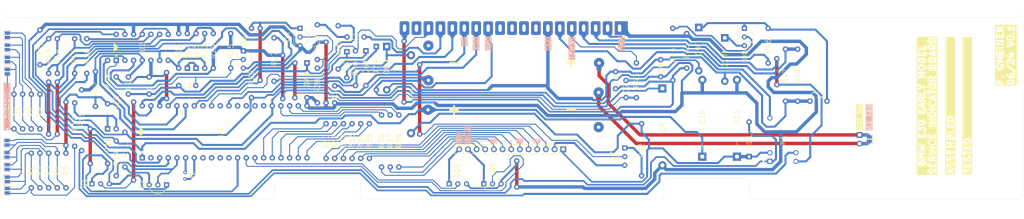
<source format=kicad_pcb>
(kicad_pcb (version 20240108) (generator "pcbnew") (generator_version "8.0")
  (layers (0 "F.Cu" mixed) (31 "B.Cu" mixed) (34 "B.Paste" user) (35 "F.Paste" user) (36 "B.SilkS" user "B.Silkscreen") (37 "F.SilkS" user "F.Silkscreen") (38 "B.Mask" user) (39 "F.Mask" user) (44 "Edge.Cuts" user))
  (net 0 "")
  (net 3 "Net-(D2-K)")
  (net 20 "Net-(J2-4{slash}6_cyl.)")
  (net 21 "Net-(JP9-B)")
  (net 22 "Net-(JP8-B)")
  (net 23 "Net-(JP7-B)")
  (net 24 "Net-(JP6-B)")
  (net 25 "Net-(JP5-B)")
  (net 26 "Net-(JP1-B)")
  (net 27 "Net-(JP1-A)")
  (net 28 "Net-(JP2-B)")
  (net 29 "Net-(JP3-B)")
  (net 30 "Net-(D1-A)")
  (net 31 "Net-(D1-K)")
  (net 32 "Net-(R13-Pad2)")
  (net 33 "Net-(U2A-+)")
  (net 34 "Net-(U2C--)")
  (net 35 "Net-(U2C-+)")
  (net 36 "Net-(U2D-+)")
  (net 37 "Net-(D2-A)")
  (net 38 "Net-(D3-A)")
  (net 39 "Net-(U2A--)")
  (net 40 "Net-(Q1-B)")
  (net 41 "Net-(U1-Pad6)")
  (net 42 "Net-(U1-Pad7)")
  (net 43 "Net-(Q2-E)")
  (net 44 "Net-(Q2-B)")
  (net 45 "Net-(K1-N0)")
  (net 46 "Net-(D11-K)")
  (net 47 "Net-(J1-LED_G4)")
  (net 48 "Net-(J1-LED_G5)")
  (net 49 "Net-(U1-Pad4)")
  (net 50 "Net-(Q6-B)")
  (net 51 "Net-(Q5-B)")
  (net 52 "Net-(Q4-C)")
  (net 53 "Net-(Q3-C)")
  (net 54 "Net-(U2B-+)")
  (net 55 "Net-(R18-Pad2)")
  (net 56 "Net-(U1-Pad35)")
  (net 57 "Net-(Q3-B)")
  (net 58 "Net-(J2-Speed_pulse)")
  (net 59 "Net-(D4-K)")
  (net 60 "Net-(Q4-B)")
  (net 61 "Net-(C5-Pad1)")
  (net 62 "Net-(D7-K)")
  (net 63 "Net-(D5-A)")
  (net 64 "Net-(D5-K)")
  (net 65 "Net-(J2-Distance_pulse)")
  (net 66 "Net-(J2-5V)")
  (net 67 "Net-(D7-A)")
  (net 68 "Net-(D6-A)")
  (net 69 "Net-(BT2-N2)")
  (net 70 "Net-(R30-Pad2)")
  (net 71 "Net-(R31-Pad2)")
  (net 72 "Net-(R32-Pad2)")
  (net 73 "Net-(R33-Pad2)")
  (net 74 "Net-(R34-Pad2)")
  (net 75 "Net-(R35-Pad2)")
  (net 76 "Net-(R36-Pad2)")
  (net 77 "Net-(R37-Pad2)")
  (net 78 "Net-(R38-Pad2)")
  (net 79 "Net-(BT1-P1)")
  (net 80 "Net-(J1-LED_Y)")
  (net 81 "Net-(J1-LED_G1)")
  (net 82 "Net-(J1-LED_R2)")
  (net 83 "Net-(J1-BULB_OILSERVICE)")
  (net 84 "Net-(J1-LED_G3)")
  (net 85 "Net-(J1-LED_R3)")
  (net 86 "Net-(J1-LED_G2)")
  (net 87 "Net-(J1-GND_LED)")
  (net 88 "Net-(J1-LED_R1)")
  (net 89 "Net-(J1-BULB_INSPECTION)")
  (net 90 "Net-(Q7-C)")
  (net 91 "Net-(BT1-N2)")
  (net 92 "Net-(D10-A)")
  (net 93 "Net-(C7-Pad1)")
  (net 94 "Net-(C6-Pad1)")
  (net 95 "Net-(D9-K)")
  (net 96 "Net-(D10-K)")
  (net 97 "Net-(Q8-B)")
  (net 98 "Net-(J2-SI_reset)")
  (net 99 "Net-(J2-Temp_transm.)")
  (net 100 "Net-(J2-Pads-Pad4)")
  (net 101 "Net-(J2-Temp_gauge)")
  (net 102 "Net-(J2-Pad_wear_ind.)")
  (net 103 "Net-(BT2-P1)")
  (footprint "Footprint_Library_Custom:D_DO-35_SOD27_P10.16mm_Horizontal" (layer "F.Cu") (at 122.504 114.232 90)
    (property "Reference" "D3")
    (property "Value" "1N4148")
  )
  (footprint "Footprint_Library_Custom:D_DO-41_SOD81_P12.70mm_Horizontal" (layer "F.Cu") (at 178.384 107.882 -90)
    (property "Reference" "D8")
    (property "Value" "1N4005G")
  )
  (footprint "Footprint_Library_Custom:R_Axial_DIN0207_L6.3mm_D2.5mm_P10.16mm_Horizontal" (layer "F.Cu") (at 170.764 140.648 90)
    (property "Reference" "R34")
    (property "Value" "160R")
  )
  (footprint "Capacitor_THT:C_Rect_L7.0mm_W2.5mm_P5.00mm" (layer "F.Cu") (at 117.424 119.312)
    (property "Reference" "C3")
    (property "Value" "100n")
  )
  (footprint "Footprint_Library_Custom:CP_Axial_L16.0mm_D8.5mm_P22.5mm_Horizontal" (layer "F.Cu") (at 270.84 140.14 90)
    (property "Reference" "C10")
    (property "Value" "100u")
  )
  (footprint "Footprint_Library_Custom:R_Axial_DIN0207_L6.3mm_D2.5mm_P10.16mm_Horizontal" (layer "F.Cu") (at 99.136 145.728 90)
    (property "Reference" "R19")
    (property "Value" "51k0")
  )
  (footprint "Footprint_Library_Custom:Wire_Bridge_P10.16mm" (layer "F.Cu") (at 91.516 142.172 90)
    (property "Reference" "R103" (hide yes))
    (property "Value" "0R")
  )
  (footprint "Footprint_Library_Custom:R_Axial_DIN0207_L6.3mm_D2.5mm_P10.16mm_Horizontal" (layer "F.Cu") (at 76.784 132.012 90)
    (property "Reference" "R9")
    (property "Value" "887R")
  )
  (footprint "Footprint_Library_Custom:Wire_Bridge_P17.78mm" (layer "F.Cu") (at 160.604 106.612 -90)
    (property "Reference" "R109" (hide yes))
    (property "Value" "0R")
  )
  (footprint "Footprint_Library_Custom:R_Axial_DIN0207_L6.3mm_D2.5mm_P17.78mm_Horizontal" (layer "F.Cu") (at 88.988 137.092 90)
    (property "Reference" "R11")
    (property "Value" "1k00")
  )
  (footprint "Footprint_Library_Custom:R_Axial_DIN0207_L6.3mm_D2.5mm_P10.16mm_Horizontal" (layer "F.Cu") (at 266.268 114.232 90)
    (property "Reference" "R45")
    (property "Value" "4k70")
  )
  (footprint "Footprint_Library_Custom:R_Axial_DIN0207_L6.3mm_D2.5mm_P10.16mm_Horizontal" (layer "F.Cu") (at 93.04 125.408 90)
    (property "Reference" "R17")
    (property "Value" "4k75")
  )
  (footprint "Package_TO_SOT_THT:TO-92_Inline_Wide" (layer "F.Cu") (at 92.024 148.12)
    (property "Reference" "Q1")
    (property "Value" "BC547C")
  )
  (footprint "Footprint_Library_Custom:R_Axial_DIN0207_L6.3mm_D2.5mm_P10.16mm_Horizontal" (layer "F.Cu") (at 79.324 149.284 90)
    (property "Reference" "R3")
    (property "Value" "3k32")
  )
  (footprint "Footprint_Library_Custom:R_Axial_DIN0309_L9.0mm_D3.2mm_P15.24mm_Horizontal" (layer "F.Cu") (at 295.224 123.884 90)
    (property "Reference" "R47")
    (property "Value" "470R")
  )
  (footprint "Footprint_Library_Custom:R_Axial_DIN0207_L6.3mm_D2.5mm_P12.70mm_Horizontal" (layer "F.Cu") (at 164.16 114.486 90)
    (property "Reference" "R39")
    (property "Value" "1k00")
  )
  (footprint "Footprint_Library_Custom:Wire_Bridge_P7.62mm" (layer "F.Cu") (at 113.868 123.122 90)
    (property "Reference" "R105" (hide yes))
    (property "Value" "0R")
  )
  (footprint "Footprint_Library_Custom:E30 SI Battery NiCd AA" (layer "F.Cu") (at 215.868 139.112 180)
    (property "Reference" "BT1" (hide yes))
    (property "Value" "~")
  )
  (footprint "Footprint_Library_Custom:Wire_Bridge_P7.62mm" (layer "F.Cu") (at 216.484 149.03 90)
    (property "Reference" "R112" (hide yes))
    (property "Value" "0R")
  )
  (footprint "Capacitor_THT:C_Rect_L7.0mm_W2.5mm_P5.00mm" (layer "F.Cu") (at 163.144 124.392 90)
    (property "Reference" "C4")
    (property "Value" "100n")
  )
  (footprint "Footprint_Library_Custom:SR79V2001C" (layer "F.Cu") (at 290.652 141.54 90)
    (property "Reference" "K1")
    (property "Value" "SR7-9V-200-1C" (hide yes))
  )
  (footprint "Footprint_Library_Custom:R_Axial_DIN0207_L6.3mm_D2.5mm_P10.16mm_Horizontal" (layer "F.Cu") (at 169.24 119.312 90)
    (property "Reference" "R40")
    (property "Value" "51k0")
  )
  (footprint "Footprint_Library_Custom:D_DO-41_SOD81_P12.70mm_Horizontal" (layer "F.Cu") (at 269.824 102.294 -90)
    (property "Reference" "D9")
    (property "Value" "1N4005G")
  )
  (footprint "Footprint_Library_Custom:R_Axial_DIN0207_L6.3mm_D2.5mm_P20.32mm_Horizontal" (layer "F.Cu") (at 138.76 120.328 90)
    (property "Reference" "R26")
    (property "Value" "16k0")
  )
  (footprint "Connector_PinHeader_2.54mm:PinHeader_1x13_P2.54mm_Vertical" (layer "F.Cu") (at 230.1 138 -90)
    (property "Reference" "J1" (hide yes))
    (property "Value" "Conn_01x13_Pin")
  )
  (footprint "Footprint_Library_Custom:R_Axial_DIN0207_L6.3mm_D2.5mm_P10.16mm_Horizontal" (layer "F.Cu") (at 86.944 115.756 90)
    (property "Reference" "R15")
    (property "Value" "43k2")
  )
  (footprint "Footprint_Library_Custom:CP_Axial_L18.0mm_D8.5mm_P22.5mm_Horizontal" (layer "F.Cu") (at 281 140.14 90)
    (property "Reference" "C11")
    (property "Value" "100u")
  )
  (footprint "Footprint_Library_Custom:D_DO-35_SOD27_P10.16mm_Horizontal" (layer "F.Cu") (at 119.964 114.232 90)
    (property "Reference" "D2")
    (property "Value" "BZX 55C 6V2")
  )
  (footprint "Footprint_Library_Custom:D_DO-41_SOD81_P12.70mm_Horizontal" (layer "F.Cu") (at 277.444 105.342 -90)
    (property "Reference" "D10")
    (property "Value" "1N4005G")
  )
  (footprint "Footprint_Library_Custom:R_Axial_DIN0207_L6.3mm_D2.5mm_P10.16mm_Horizontal" (layer "F.Cu") (at 117.424 114.232 90)
    (property "Reference" "R22")
    (property "Value" "56k2")
  )
  (footprint "Footprint_Library_Custom:R_Axial_DIN0207_L6.3mm_D2.5mm_P10.16mm_Horizontal" (layer "F.Cu") (at 84.404 149.284 90)
    (property "Reference" "R5")
    (property "Value" "13k3")
  )
  (footprint "Footprint_Library_Custom:D_DO-35_SOD27_P10.16mm_Horizontal" (layer "F.Cu") (at 172.288 109.152 -90)
    (property "Reference" "D6")
    (property "Value" "BAV21")
  )
  (footprint "Package_TO_SOT_THT:TO-92_Inline_Wide" (layer "F.Cu") (at 152.984 102.548 -90)
    (property "Reference" "Q4")
    (property "Value" "BC547C")
  )
  (footprint "Footprint_Library_Custom:R_Axial_DIN0207_L6.3mm_D2.5mm_P15.24mm_Horizontal" (layer "F.Cu") (at 181.94 143.188 90)
    (property "Reference" "R38")
    (property "Value" "160R")
  )
  (footprint "Package_DIP:DIP-14_W7.62mm" (layer "F.Cu") (at 99.131 111.936 90)
    (property "Reference" "U2")
    (property "Value" "LM2901")
  )
  (footprint "Footprint_Library_Custom:R_Axial_DIN0207_L6.3mm_D2.5mm_P15.24mm_Horizontal" (layer "F.Cu") (at 179.4 143.188 90)
    (property "Reference" "R37")
    (property "Value" "160R")
  )
  (footprint "Footprint_Library_Custom:R_Axial_DIN0207_L6.3mm_D2.5mm_P10.16mm_Horizontal" (layer "F.Cu") (at 81.864 115.756 90)
    (property "Reference" "R14")
    (property "Value" "16k2")
  )
  (footprint "Footprint_Library_Custom:R_Axial_DIN0207_L6.3mm_D2.5mm_P10.16mm_Horizontal" (layer "F.Cu") (at 79.324 115.756 90)
    (property "Reference" "R13")
    (property "Value" "470k")
  )
  (footprint "Capacitor_THT:C_Rect_L7.0mm_W2.5mm_P5.00mm" (layer "F.Cu") (at 258.648 116.732 90)
    (property "Reference" "C8")
    (property "Value" "100n")
  )
  (footprint "Footprint_Library_Custom:D_DO-35_SOD27_P12.70mm_Horizontal" (layer "F.Cu") (at 175.336 107.882 -90)
    (property "Reference" "D7")
    (property "Value" "BAV21")
  )
  (footprint "Footprint_Library_Custom:D_DO-35_SOD27_P10.16mm_Horizontal" (layer "F.Cu") (at 284.556 140.14 90)
    (property "Reference" "D11")
    (property "Value" "1N4148")
  )
  (footprint "Footprint_Library_Custom:E30 SI Battery NiCd AA" (layer "F.Cu") (at 215.2 100.008)
    (property "Reference" "BT2" (hide yes))
    (property "Value" "~")
  )
  (footprint "Footprint_Library_Custom:R_Axial_DIN0207_L6.3mm_D2.5mm_P10.16mm_Horizontal" (layer "F.Cu") (at 74.244 132.012 90)
    (property "Reference" "R8")
    (property "Value" "1k78")
  )
  (footprint "Package_TO_SOT_THT:TO-92_Inline_Wide" (layer "F.Cu") (at 206.832 148.12)
    (property "Reference" "Q6")
    (property "Value" "BC337-25")
  )
  (footprint "Footprint_Library_Custom:R_Axial_DIN0207_L6.3mm_D2.5mm_P10.16mm_Horizontal" (layer "F.Cu") (at 90.5 115.756 90)
    (property "Reference" "R16")
    (property "Value" "470k")
  )
  (footprint "Footprint_Library_Custom:R_Axial_DIN0207_L6.3mm_D2.5mm_P12.70mm_Horizontal" (layer "F.Cu") (at 86.944 137.092 90)
    (property "Reference" "R10")
    (property "Value" "64k9")
  )
  (footprint "Capacitor_THT:C_Disc_D8.0mm_W2.5mm_P5.00mm" (layer "F.Cu") (at 245.44 120.248 90)
    (property "Reference" "C6")
    (property "Value" "4n7")
  )
  (footprint "Footprint_Library_Custom:D_DO-35_SOD27_P10.16mm_Horizontal" (layer "F.Cu") (at 155.016 112.708 -90)
    (property "Reference" "D4")
    (property "Value" "BZX 55C 5V1")
  )
  (footprint "Footprint_Library_Custom:R_Axial_DIN0207_L6.3mm_D2.5mm_P15.24mm_Horizontal" (layer "F.Cu") (at 176.86 143.188 90)
    (property "Reference" "R36")
    (property "Value" "160R")
  )
  (footprint "Footprint_Library_Custom:R_Axial_DIN0207_L6.3mm_D2.5mm_P10.16mm_Horizontal" (layer "F.Cu") (at 173.304 140.648 90)
    (property "Reference" "R35")
    (property "Value" "160R")
  )
  (footprint "Crystal:Crystal_C38-LF_D3.0mm_L8.0mm_Horizontal" (layer "F.Cu") (at 119.286 146.678 90)
    (property "Reference" "Y1" (hide yes))
    (property "Value" "Crystal")
  )
  (footprint "Footprint_Library_Custom:R_Axial_DIN0207_L6.3mm_D2.5mm_P15.24mm_Horizontal" (layer "F.Cu") (at 99.136 132.012 90)
    (property "Reference" "R20")
    (property "Value" "24k9")
  )
  (footprint "Package_TO_SOT_THT:TO-92_Inline_Wide" (layer "F.Cu") (at 196.672 148.12)
    (property "Reference" "Q5")
    (property "Value" "BC337-25")
  )
  (footprint "Footprint_Library_Custom:Wire_Bridge_P12.70mm" (layer "F.Cu") (at 147.904 123.139 90)
    (property "Reference" "R107" (hide yes))
    (property "Value" "0R")
  )
  (footprint "Footprint_Library_Custom:R_Axial_DIN0207_L6.3mm_D2.5mm_P10.16mm_Horizontal" (layer "F.Cu") (at 160.604 140.648 90)
    (property "Reference" "R30")
    (property "Value" "160R")
  )
  (footprint "Footprint_Library_Custom:R_Axial_DIN0207_L6.3mm_D2.5mm_P10.16mm_Horizontal" (layer "F.Cu") (at 132.664 114.232 90)
    (property "Reference" "R25")
    (property "Value" "10k0")
  )
  (footprint "Footprint_Library_Custom:CP_Axial_L16.0mm_D8.5mm_P22.5mm_Horizontal" (layer "F.Cu") (at 259.156 120.18 -90)
    (property "Reference" "C9")
    (property "Value" "100u")
  )
  (footprint "Footprint_Library_Custom:R_Axial_DIN0207_L6.3mm_D2.5mm_P10.16mm_Horizontal" (layer "F.Cu") (at 158.064 111.692 90)
    (property "Reference" "R29")
    (property "Value" "5k60")
  )
  (footprint "Package_TO_SOT_THT:TO-92_Inline_Wide" (layer "F.Cu") (at 283.18 102.548 -90)
    (property "Reference" "Q8")
    (property "Value" "BC327-16")
  )
  (footprint "Package_TO_SOT_THT:TO-92_Inline_Wide" (layer "F.Cu") (at 248.128 137.6 -90)
    (property "Reference" "Q7")
    (property "Value" "BC337-25")
  )
  (footprint "Footprint_Library_Custom:Wire_Bridge_P15.24mm" (layer "F.Cu") (at 81.864 133.536 90)
    (property "Reference" "R101" (hide yes))
    (property "Value" "0R")
  )
  (footprint "Footprint_Library_Custom:R_Axial_DIN0207_L6.3mm_D2.5mm_P10.16mm_Horizontal" (layer "F.Cu") (at 71.704 132.012 90)
    (property "Reference" "R7")
    (property "Value" "3k57")
  )
  (footprint "Footprint_Library_Custom:R_Axial_DIN0207_L6.3mm_D2.5mm_P10.16mm_Horizontal" (layer "F.Cu") (at 76.784 113.216 90)
    (property "Reference" "R12")
    (property "Value" "35k7")
  )
  (footprint "Footprint_Library_Custom:R_Axial_DIN0207_L6.3mm_D2.5mm_P12.70mm_Horizontal" (layer "F.Cu") (at 96.596 124.646 90)
    (property "Reference" "R18")
    (property "Value" "750R")
  )
  (footprint "Footprint_Library_Custom:Wire_Bridge_P15.24mm" (layer "F.Cu") (at 79.324 133.536 90)
    (property "Reference" "R100" (hide yes))
    (property "Value" "0R")
  )
  (footprint "Footprint_Library_Custom:R_Axial_DIN0309_L9.0mm_D3.2mm_P15.24mm_Horizontal" (layer "F.Cu") (at 253.06 145.728 90)
    (property "Reference" "R42")
    (property "Value" "75R0")
  )
  (footprint "Capacitor_THT:C_Disc_D8.0mm_W2.5mm_P5.00mm" (layer "F.Cu") (at 302.376 123.884)
    (property "Reference" "C12")
    (property "Value" "4n7")
  )
  (footprint "Capacitor_THT:C_Rect_L7.2mm_W2.5mm_P5.00mm_FKS2_FKP2_MKS2_MKP2" (layer "F.Cu") (at 166.74 105.088)
    (property "Reference" "C5")
    (property "Value" "100n")
  )
  (footprint "Capacitor_THT:C_Rect_L7.0mm_W2.5mm_P5.00mm" (layer "F.Cu") (at 102.692 121.812 90)
    (property "Reference" "C1")
    (property "Value" "100n")
  )
  (footprint "Footprint_Library_Custom:R_Axial_DIN0414_L11.9mm_D4.5mm_P22.86mm_Horizontal" (layer "F.Cu") (at 185.496 132.012 90)
    (property "Reference" "R41")
    (property "Value" "12R0")
  )
  (footprint "Footprint_Library_Custom:E30_SI_Connector_19Pin_P3.5" (layer "F.Cu") (at 215.1 94.5)
    (property "Reference" "J2" (hide yes))
    (property "Value" "Conn_01x19_Pin")
  )
  (footprint "Footprint_Library_Custom:R_Axial_DIN0207_L6.3mm_D2.5mm_P10.16mm_Horizontal" (layer "F.Cu") (at 163.144 140.648 90)
    (property "Reference" "R31")
    (property "Value" "160R")
  )
  (footprint "Footprint_Library_Custom:Wire_Bridge_P20.32mm" (layer "F.Cu") (at 188.036 133.536 90)
    (property "Reference" "R111" (hide yes))
    (property "Value" "0R")
  )
  (footprint "Footprint_Library_Custom:R_Axial_DIN0309_L9.0mm_D3.2mm_P15.24mm_Horizontal" (layer "F.Cu") (at 298.78 123.884 90)
    (property "Reference" "R48")
    (property "Value" "470R")
  )
  (footprint "Footprint_Library_Custom:R_Axial_DIN0207_L6.3mm_D2.5mm_P10.16mm_Horizontal" (layer "F.Cu") (at 168.224 140.648 90)
    (property "Reference" "R33")
    (property "Value" "160R")
  )
  (footprint "Package_DIP:DIP-40_W15.24mm" (layer "F.Cu") (at 106.756 140.5 90)
    (property "Reference" "U1")
    (property "Value" "ITT SAF MCU")
  )
  (footprint "Package_TO_SOT_THT:TO-92_Inline_Wide" (layer "F.Cu") (at 136.368 109.152 -90)
    (property "Reference" "Q3")
    (property "Value" "BC337-25")
  )
  (footprint "Footprint_Library_Custom:R_Axial_DIN0207_L6.3mm_D2.5mm_P12.70mm_Horizontal" (layer "F.Cu") (at 145.364 118.042 90)
    (property "Reference" "R27")
    (property "Value" "75R0")
  )
  (footprint "Footprint_Library_Custom:R_Axial_DIN0207_L6.3mm_D2.5mm_P10.16mm_Horizontal" (layer "F.Cu") (at 290.144 112.708 90)
    (property "Reference" "R46")
    (property "Value" "10R")
  )
  (footprint "Footprint_Library_Custom:Wire_Bridge_P10.16mm" (layer "F.Cu") (at 151.46 122.868 90)
    (property "Reference" "R108" (hide yes))
    (property "Value" "0R")
  )
  (footprint "Footprint_Library_Custom:R_Axial_DIN0207_L6.3mm_D2.5mm_P10.16mm_Horizontal" (layer "F.Cu") (at 165.712 140.648 90)
    (property "Reference" "R32")
    (property "Value" "160R")
  )
  (footprint "Capacitor_THT:C_Rect_L7.0mm_W2.5mm_P5.00mm" (layer "F.Cu") (at 248.488 122.828 90)
    (property "Reference" "C7")
    (property "Value" "100n")
  )
  (footprint "Footprint_Library_Custom:R_Axial_DIN0207_L6.3mm_D2.5mm_P10.16mm_Horizontal" (layer "F.Cu") (at 125.044 114.232 90)
    (property "Reference" "R23")
    (property "Value" "12k1")
  )
  (footprint "Footprint_Library_Custom:Wire_Bridge_P12.70mm" (layer "F.Cu") (at 84.404 136.855 90)
    (property "Reference" "R102" (hide yes))
    (property "Value" "0R")
  )
  (footprint "Footprint_Library_Custom:R_Axial_DIN0207_L6.3mm_D2.5mm_P10.16mm_Horizontal" (layer "F.Cu") (at 158.064 124.392 90)
    (property "Reference" "R28")
    (property "Value" "16k0")
  )
  (footprint "Capacitor_THT:C_Rect_L7.2mm_W5.5mm_P5.00mm_FKS2_FKP2_MKS2_MKP2" (layer "F.Cu") (at 108.788 121.812 90)
    (property "Reference" "C2")
    (property "Value" "470n")
  )
  (footprint "Footprint_Library_Custom:R_Axial_DIN0207_L6.3mm_D2.5mm_P10.16mm_Horizontal" (layer "F.Cu") (at 127.584 114.232 90)
    (property "Reference" "R24")
    (property "Value" "2k70")
  )
  (footprint "Footprint_Library_Custom:R_Axial_DIN0207_L6.3mm_D2.5mm_P10.16mm_Horizontal" (layer "F.Cu") (at 69.164 132.012 90)
    (property "Reference" "R6")
    (property "Value" "7k15")
  )
  (footprint "Footprint_Library_Custom:R_Axial_DIN0309_L9.0mm_D3.2mm_P15.24mm_Horizontal" (layer "F.Cu") (at 262.204 117.788 90)
    (property "Reference" "R44")
    (property "Value" "390R")
  )
  (footprint "Footprint_Library_Custom:D_DO-35_SOD27_P10.16mm_Horizontal" (layer "F.Cu") (at 96.596 132.012 -90)
    (property "Reference" "D1")
    (property "Value" "1N4148")
  )
  (footprint "Footprint_Library_Custom:R_Axial_DIN0207_L6.3mm_D2.5mm_P10.16mm_Horizontal" (layer "F.Cu") (at 76.784 149.284 90)
    (property "Reference" "R2")
    (property "Value" "1k65")
  )
  (footprint "Footprint_Library_Custom:Wire_Bridge_P7.62mm" (layer "F.Cu") (at 292.684 119.058 90)
    (property "Reference" "R113" (hide yes))
    (property "Value" "0R")
  )
  (footprint "Footprint_Library_Custom:Wire_Bridge_P22.86mm" (layer "F.Cu") (at 104.216 146.998 90)
    (property "Reference" "R104" (hide yes))
    (property "Value" "0R")
  )
  (footprint "Footprint_Library_Custom:R_Axial_DIN0207_L6.3mm_D2.5mm_P10.16mm_Horizontal" (layer "F.Cu") (at 74.244 149.284 90)
    (property "Reference" "R1")
    (property "Value" "825R")
  )
  (footprint "Footprint_Library_Custom:R_Axial_DIN0207_L6.3mm_D2.5mm_P10.16mm_Horizontal" (layer "F.Cu") (at 251.536 122.868 90)
    (property "Reference" "R43")
    (property "Value" "1k30")
  )
  (footprint "Footprint_Library_Custom:R_Axial_DIN0207_L6.3mm_D2.5mm_P10.16mm_Horizontal" (layer "F.Cu") (at 81.864 149.284 90)
    (property "Reference" "R4")
    (property "Value" "6k65")
  )
  (footprint "Footprint_Library_Custom:Wire_Bridge_P15.24mm" (layer "F.Cu") (at 141.3 117.788 90)
    (property "Reference" "R106" (hide yes))
    (property "Value" "0R")
  )
  (footprint "Footprint_Library_Custom:Wire_Bridge_P17.78mm" (layer "F.Cu") (at 183.464 124.138 90)
    (property "Reference" "R110" (hide yes))
    (property "Value" "0R")
  )
  (footprint "Connector_PinHeader_2.54mm:PinHeader_1x02_P2.54mm_Vertical" (layer "F.Cu") (at 316.9156 133.785)
    (property "Reference" "JP10" (hide yes))
    (property "Value" "Jumper_2_Bridged")
  )
  (footprint "Footprint_Library_Custom:D_DO-35_SOD27_P7.62mm_Horizontal" (layer "F.Cu") (at 166.7 109.406 -90)
    (property "Reference" "D5")
    (property "Value" "1N4148")
  )
  (footprint "Footprint_Library_Custom:R_Axial_DIN0207_L6.3mm_D2.5mm_P10.16mm_Horizontal" (layer "F.Cu") (at 101.676 143.188 90)
    (property "Reference" "R21")
    (property "Value" "66R5")
  )
  (footprint "Package_TO_SOT_THT:TO-92_Inline_Wide" (layer "F.Cu") (at 113.868 148.416 180)
    (property "Reference" "Q2")
    (property "Value" "BC557B")
  )
  (footprint "Jumper:SolderJumper-2_P1.3mm_Open_Pad1.0x1.5mm" (layer "B.Cu") (at 67.132 136.076 -90)
    (property "Reference" "JP5" (hide yes))
    (property "Value" "SolderJumper_2_Open")
  )
  (footprint "Jumper:SolderJumper-2_P1.3mm_Open_Pad1.0x1.5mm" (layer "B.Cu") (at 67.232 104.58 -90)
    (property "Reference" "JP1" (hide yes))
    (property "Value" "SolderJumper_2_Open")
  )
  (footprint "Jumper:SolderJumper-2_P1.3mm_Open_Pad1.0x1.5mm" (layer "B.Cu") (at 67.2082 150.1222 -90)
    (property "Reference" "JP9" (hide yes))
    (property "Value" "SolderJumper_2_Open")
  )
  (footprint "Jumper:SolderJumper-2_P1.3mm_Open_Pad1.0x1.5mm" (layer "B.Cu") (at 67.232 108.136 -90)
    (property "Reference" "JP2" (hide yes))
    (property "Value" "SolderJumper_2_Open")
  )
  (footprint "Jumper:SolderJumper-2_P1.3mm_Open_Pad1.0x1.5mm" (layer "B.Cu") (at 67.132 139.632 -90)
    (property "Reference" "JP6" (hide yes))
    (property "Value" "SolderJumper_2_Open")
  )
  (footprint "Jumper:SolderJumper-2_P1.3mm_Open_Pad1.0x1.5mm" (layer "B.Cu") (at 67.232 115.248 -90)
    (property "Reference" "JP4" (hide yes))
    (property "Value" "SolderJumper_2_Open")
  )
  (footprint "Jumper:SolderJumper-2_P1.3mm_Open_Pad1.0x1.5mm" (layer "B.Cu") (at 67.2082 146.7948 -90)
    (property "Reference" "JP8" (hide yes))
    (property "Value" "SolderJumper_2_Open")
  )
  (footprint "Jumper:SolderJumper-2_P1.3mm_Open_Pad1.0x1.5mm" (layer "B.Cu") (at 67.232 111.692 -90)
    (property "Reference" "JP3" (hide yes))
    (property "Value" "SolderJumper_2_Open")
  )
  (footprint "Jumper:SolderJumper-2_P1.3mm_Open_Pad1.0x1.5mm" (layer "B.Cu") (at 67.1828 143.188 -90)
    (property "Reference" "JP7" (hide yes))
    (property "Value" "SolderJumper_2_Open")
  )
  (footprint "Jumper:SolderJumper-2_P1.3mm_Open_RoundedPad1.0x1.5mm" (layer "B.Cu") (at 319.8112 135.0092 -90)
    (property "Reference" "JP11" (hide yes))
    (property "Value" "Jumper_2_Bridged")
  )
  (gr_line (start 214.96 135.568) (end 214.96 136.076) (stroke (width 0.15)) (layer "B.SilkS"))
  (gr_line (start 220.04 135.568) (end 220.04 136.076) (stroke (width 0.15)) (layer "B.SilkS"))
  (gr_line (start 221.056 135.568) (end 220.04 135.568) (stroke (width 0.15)) (layer "B.SilkS"))
  (gr_line (start 210.896 135.568) (end 214.96 135.568) (stroke (width 0.15)) (layer "B.SilkS"))
  (gr_line (start 223.6976 135.568) (end 225.12 135.568) (stroke (width 0.15)) (layer "B.SilkS"))
  (gr_line (start 208.356 135.568) (end 204.8 135.568) (stroke (width 0.15)) (layer "B.SilkS"))
  (gr_line (start 225.12 135.568) (end 225.12 136.076) (stroke (width 0.15)) (layer "B.SilkS"))
  (gr_line (start 204.8 135.568) (end 204.8 136.076) (stroke (width 0.15)) (layer "B.SilkS"))
  (gr_rect (start 342.086 105.1105) (end 344.916 128.1895) (fill solid) (layer "F.SilkS"))
  (gr_rect (start 347.04 105.0905) (end 349.88 134.5495) (fill solid) (layer "F.SilkS"))
  (gr_arc (start 67.1 152.5) (mid 65.685786 151.914214) (end 65.1 150.5) (stroke (width 0.05)) (layer "Edge.Cuts"))
  (gr_line (start 245.059 135.165) (end 245.059 135.965) (stroke (width 0.05)) (layer "Edge.Cuts"))
  (gr_line (start 284.6 151.5) (end 284.6 147.5) (stroke (width 0.05)) (layer "Edge.Cuts"))
  (gr_arc (start 365.1 150.5) (mid 364.514214 151.914214) (end 363.1 152.5) (stroke (width 0.05)) (layer "Edge.Cuts"))
  (gr_line (start 240.259 135.965) (end 240.259 135.165) (stroke (width 0.05)) (layer "Edge.Cuts"))
  (gr_line (start 146.6 146.5) (end 169.6 146.5) (stroke (width 0.05)) (layer "Edge.Cuts"))
  (gr_arc (start 65.1 101.5) (mid 65.685786 100.085786) (end 67.1 99.5) (stroke (width 0.05)) (layer "Edge.Cuts"))
  (gr_line (start 67.1 152.5) (end 144.6 152.5) (stroke (width 0.05)) (layer "Edge.Cuts"))
  (gr_line (start 145.6 151.5) (end 145.6 147.5) (stroke (width 0.05)) (layer "Edge.Cuts"))
  (gr_line (start 365.1 101.5) (end 365.1 150.5) (stroke (width 0.05)) (layer "Edge.Cuts"))
  (gr_line (start 283.6 146.5) (end 260.6 146.5) (stroke (width 0.05)) (layer "Edge.Cuts"))
  (gr_arc (start 259.6 151.5) (mid 259.307107 152.207107) (end 258.6 152.5) (stroke (width 0.05)) (layer "Edge.Cuts"))
  (gr_arc (start 285.6 152.5) (mid 284.892893 152.207107) (end 284.6 151.5) (stroke (width 0.05)) (layer "Edge.Cuts"))
  (gr_line (start 259.6 147.5) (end 259.6 151.5) (stroke (width 0.05)) (layer "Edge.Cuts"))
  (gr_arc (start 244.059 134.165) (mid 244.766107 134.457893) (end 245.059 135.165) (stroke (width 0.05)) (layer "Edge.Cuts"))
  (gr_arc (start 363.1 99.5) (mid 364.514214 100.085786) (end 365.1 101.5) (stroke (width 0.05)) (layer "Edge.Cuts"))
  (gr_arc (start 283.6 146.5) (mid 284.307107 146.792893) (end 284.6 147.5) (stroke (width 0.05)) (layer "Edge.Cuts"))
  (gr_line (start 244.059 136.965) (end 241.259 136.965) (stroke (width 0.05)) (layer "Edge.Cuts"))
  (gr_line (start 67.1 99.5) (end 363.1 99.5) (stroke (width 0.05)) (layer "Edge.Cuts"))
  (gr_arc (start 259.6 147.5) (mid 259.892893 146.792893) (end 260.6 146.5) (stroke (width 0.05)) (layer "Edge.Cuts"))
  (gr_arc (start 241.259 136.965) (mid 240.551893 136.672107) (end 240.259 135.965) (stroke (width 0.05)) (layer "Edge.Cuts"))
  (gr_line (start 171.6 152.5) (end 258.6 152.5) (stroke (width 0.05)) (layer "Edge.Cuts"))
  (gr_arc (start 169.6 146.5) (mid 170.307107 146.792893) (end 170.6 147.5) (stroke (width 0.05)) (layer "Edge.Cuts"))
  (gr_line (start 170.6 147.5) (end 170.6 151.5) (stroke (width 0.05)) (layer "Edge.Cuts"))
  (gr_line (start 363.1 152.5) (end 285.6 152.5) (stroke (width 0.05)) (layer "Edge.Cuts"))
  (gr_line (start 65.1 101.5) (end 65.1 150.5) (stroke (width 0.05)) (layer "Edge.Cuts"))
  (gr_line (start 241.259 134.165) (end 244.059 134.165) (stroke (width 0.05)) (layer "Edge.Cuts"))
  (gr_arc (start 145.6 151.5) (mid 145.307107 152.207107) (end 144.6 152.5) (stroke (width 0.05)) (layer "Edge.Cuts"))
  (gr_arc (start 245.059 135.965) (mid 244.766107 136.672107) (end 244.059 136.965) (stroke (width 0.05)) (layer "Edge.Cuts"))
  (gr_arc (start 145.6 147.5) (mid 145.892893 146.792893) (end 146.6 146.5) (stroke (width 0.05)) (layer "Edge.Cuts"))
  (gr_arc (start 171.6 152.5) (mid 170.892893 152.207107) (end 170.6 151.5) (stroke (width 0.05)) (layer "Edge.Cuts"))
  (gr_arc (start 240.259 135.165) (mid 240.551893 134.457893) (end 241.259 134.165) (stroke (width 0.05)) (layer "Edge.Cuts"))
  (gr_text "T31" (at 248.1 105 90) (layer "B.SilkS" knockout) (effects (font (size 1.5 1.5)) (justify left bottom mirror)))
  (gr_text "T15" (at 226.6 105 90) (layer "B.SilkS" knockout) (effects (font (size 1.5 1.5)) (justify left bottom mirror)))
  (gr_text "INSP" (at 203.022 130.996 90) (layer "B.SilkS" knockout) (effects (font (size 1.5 1.5)) (justify left bottom mirror)))
  (gr_text "Y" (at 218.262 134.806 90) (layer "B.SilkS" knockout) (effects (font (size 1.5 1.5)) (justify left bottom mirror)))
  (gr_text "← CONFIG →" (at 67.1828 125.4842 90) (layer "B.SilkS" knockout) (effects (font (size 1.5 1.5)) (justify mirror)))
  (gr_text "5V" (at 202.0822 104.8848 90) (layer "B.SilkS" knockout) (effects (font (size 1.5 1.5)) (justify left bottom mirror)))
  (gr_text "T30" (at 205.5112 105 90) (layer "B.SilkS" knockout) (effects (font (size 1.5 1.5)) (justify left bottom mirror)))
  (gr_text "OIL" (at 200.482 132.52 90) (layer "B.SilkS" knockout) (effects (font (size 1.5 1.5)) (justify left bottom mirror)))
  (gr_text "T50" (at 209.1 105 90) (layer "B.SilkS" knockout) (effects (font (size 1.5 1.5)) (justify left bottom mirror)))
  (gr_text "G" (at 210.642 134.679 90) (layer "B.SilkS" knockout) (effects (font (size 1.5 1.5)) (justify left bottom mirror)))
  (gr_text "BAT EN" (at 320.6748 128.6084 90) (layer "B.SilkS" knockout) (effects (font (size 1.5 1.5)) (justify bottom mirror)))
  (gr_text "R" (at 223.342 134.679 90) (layer "B.SilkS" knockout) (effects (font (size 1.5 1.5)) (justify left bottom mirror)))
  (gr_text "RESET" (at 233.5528 104.8086 90) (layer "B.SilkS" knockout) (effects (font (size 1.5 1.5)) (justify left bottom mirror)))
  (gr_text "  F. GMEINER  \n  06/24 V0.1  " (at 359.74 110.422 90) (layer "F.SilkS" knockout) (effects (font (size 2 2) (thickness 0.4) (bold yes))))
  (gr_text "BMW E30 EARLY MODEL\nSERVICE INDICATOR BOARD\n" (at 339.564 125.2685 90) (layer "F.SilkS" knockout) (effects (font (size 2 2) (thickness 0.4) (bold yes)) (justify bottom)))
  (gr_text "BAT EN" (at 317.83 128.6084 90) (layer "F.SilkS" knockout) (effects (font (size 1.5 1.5)) (justify bottom)))
  (gr_text "TESTED" (at 349.724 139.8735 90) (layer "F.SilkS" knockout) (effects (font (size 2 2) (thickness 0.4) (bold yes)) (justify bottom)))
  (gr_text "ASSEMBLED\n" (at 344.771 145.4615 90) (layer "F.SilkS" knockout) (effects (font (size 2 2) (thickness 0.4) (bold yes)) (justify left bottom)))
  (segment (start 119.964 113.4192) (end 120.726 112.6572) (width 0.6) (layer "B.Cu") (net 3))
  (segment (start 121.742 112.6572) (end 122.504 113.4192) (width 0.6) (layer "B.Cu") (net 3))
  (segment (start 120.726 112.6572) (end 121.742 112.6572) (width 0.6) (layer "B.Cu") (net 3))
  (segment (start 119.964 114.232) (end 119.964 113.4192) (width 0.6) (layer "B.Cu") (net 3))
  (segment (start 122.504 113.4192) (end 122.504 114.232) (width 0.6) (layer "B.Cu") (net 3))
  (segment (start 129.3112 121.7504) (end 135.7628 121.7504) (width 0.3) (layer "B.Cu") (net 20))
  (segment (start 159.3594 116.6196) (end 161.493 114.486) (width 0.3) (layer "B.Cu") (net 20))
  (segment (start 186.766 105.215) (end 189.3822 105.215) (width 0.3) (layer "B.Cu") (net 20))
  (segment (start 168.478 107.7804) (end 169.24 108.5424) (width 0.3) (layer "B.Cu") (net 20))
  (segment (start 127.076 123.9856) (end 129.3112 121.7504) (width 0.3) (layer "B.Cu") (net 20))
  (segment (start 146.38 116.01) (end 146.9896 116.6196) (width 0.3) (layer "B.Cu") (net 20))
  (segment (start 179.908 104.834) (end 181.178 106.104) (width 0.3) (layer "B.Cu") (net 20))
  (segment (start 137.5916 119.9216) (end 142.1636 119.9216) (width 0.3) (layer "B.Cu") (net 20))
  (segment (start 183.337 108.644) (end 186.766 105.215) (width 0.3) (layer "B.Cu") (net 20))
  (segment (start 170.002 103.945) (end 170.891 103.056) (width 0.3) (layer "B.Cu") (net 20))
  (segment (start 170.002 108.39) (end 170.002 103.945) (width 0.3) (layer "B.Cu") (net 20))
  (segment (start 161.493 112.9874) (end 164.668 109.8124) (width 0.3) (layer "B.Cu") (net 20))
  (segment (start 181.178 107.882) (end 181.94 108.644) (width 0.3) (layer "B.Cu") (net 20))
  (segment (start 181.178 106.104) (end 181.178 107.882) (width 0.3) (layer "B.Cu") (net 20))
  (segment (start 173.431 103.056) (end 175.209 104.834) (width 0.3) (layer "B.Cu") (net 20))
  (segment (start 181.94 108.644) (end 183.337 108.644) (width 0.3) (layer "B.Cu") (net 20))
  (segment (start 135.7628 121.7504) (end 137.5916 119.9216) (width 0.3) (layer "B.Cu") (net 20))
  (segment (start 189.3822 105.215) (end 190.6 103.9972) (width 0.3) (layer "B.Cu") (net 20))
  (segment (start 143.332 118.7532) (end 143.332 117.026) (width 0.3) (layer "B.Cu") (net 20))
  (segment (start 190.6 103.9972) (end 190.6 102.5) (width 0.6) (layer "B.Cu") (net 20))
  (segment (start 170.891 103.056) (end 173.431 103.056) (width 0.3) (layer "B.Cu") (net 20))
  (segment (start 169.24 108.5424) (end 169.24 109.152) (width 0.5) (layer "B.Cu") (net 20))
  (segment (start 164.668 108.644) (end 165.5316 107.7804) (width 0.3) (layer "B.Cu") (net 20))
  (segment (start 161.493 114.486) (end 161.493 112.9874) (width 0.3) (layer "B.Cu") (net 20))
  (segment (start 146.9896 116.6196) (end 159.3594 116.6196) (width 0.3) (layer "B.Cu") (net 20))
  (segment (start 165.5316 107.7804) (end 168.478 107.7804) (width 0.3) (layer "B.Cu") (net 20))
  (segment (start 169.24 109.152) (end 170.002 108.39) (width 0.3) (layer "B.Cu") (net 20))
  (segment (start 143.332 117.026) (end 144.348 116.01) (width 0.3) (layer "B.Cu") (net 20))
  (segment (start 127.076 125.26) (end 127.076 123.9856) (width 0.3) (layer "B.Cu") (net 20))
  (segment (start 142.1636 119.9216) (end 143.332 118.7532) (width 0.3) (layer "B.Cu") (net 20))
  (segment (start 164.668 109.8124) (end 164.668 108.644) (width 0.3) (layer "B.Cu") (net 20))
  (segment (start 144.348 116.01) (end 146.38 116.01) (width 0.3) (layer "B.Cu") (net 20))
  (segment (start 175.209 104.834) (end 179.908 104.834) (width 0.3) (layer "B.Cu") (net 20))
  (segment (start 86.944 149.157) (end 84.658 151.443) (width 0.3) (layer "B.Cu") (net 21))
  (segment (start 75.006 151.443) (end 74.244 150.681) (width 0.3) (layer "B.Cu") (net 21))
  (segment (start 67.232 150.95) (end 72.578 150.95) (width 0.3) (layer "B.Cu") (net 21))
  (segment (start 74.244 150.681) (end 74.244 149.284) (width 0.3) (layer "B.Cu") (net 21))
  (segment (start 84.658 151.443) (end 75.006 151.443) (width 0.3) (layer "B.Cu") (net 21))
  (segment (start 86.944 137.092) (end 86.944 149.157) (width 0.3) (layer "B.Cu") (net 21))
  (segment (start 72.578 150.95) (end 74.244 149.284) (width 0.3) (layer "B.Cu") (net 21))
  (segment (start 71.084 149.65) (end 67.232 149.65) (width 0.3) (layer "B.Cu") (net 22))
  (segment (start 67.232 147.394) (end 72.451 147.394) (width 0.3) (layer "B.Cu") (net 22))
  (segment (start 72.466 147.379) (end 72.466 148.268) (width 0.3) (layer "B.Cu") (net 22))
  (segment (start 72.466 139.632) (end 72.466 147.379) (width 0.3) (layer "B.Cu") (net 22))
  (segment (start 74.244 146.744) (end 76.784 149.284) (width 0.3) (layer "B.Cu") (net 22))
  (segment (start 72.466 148.268) (end 71.084 149.65) (width 0.3) (layer "B.Cu") (net 22))
  (segment (start 72.451 147.394) (end 72.466 147.379) (width 0.3) (layer "B.Cu") (net 22))
  (segment (start 74.244 139.124) (end 74.244 146.744) (width 0.3) (layer "B.Cu") (net 22))
  (segment (start 72.974 139.124) (end 72.466 139.632) (width 0.3) (layer "B.Cu") (net 22))
  (segment (start 74.244 139.124) (end 72.974 139.124) (width 0.3) (layer "B.Cu") (net 22))
  (segment (start 76.784 146.744) (end 79.324 149.284) (width 0.3) (layer "B.Cu") (net 23))
  (segment (start 76.329 137.78) (end 71.91 137.78) (width 0.3) (layer "B.Cu") (net 23))
  (segment (start 71.27 143.85) (end 71.3 143.82) (width 0.3) (layer "B.Cu") (net 23))
  (segment (start 71.3 138.39) (end 71.3 143.82) (width 0.3) (layer "B.Cu") (net 23))
  (segment (start 71.91 137.78) (end 71.3 138.39) (width 0.3) (layer "B.Cu") (net 23))
  (segment (start 76.784 138.235) (end 76.329 137.78) (width 0.3) (layer "B.Cu") (net 23))
  (segment (start 70.292 146.094) (end 67.232 146.094) (width 0.3) (layer "B.Cu") (net 23))
  (segment (start 67.232 143.838) (end 71.258 143.838) (width 0.3) (layer "B.Cu") (net 23))
  (segment (start 71.3 143.82) (end 71.3 145.086) (width 0.3) (layer "B.Cu") (net 23))
  (segment (start 71.3 145.086) (end 70.292 146.094) (width 0.3) (layer "B.Cu") (net 23))
  (segment (start 76.784 139.124) (end 76.784 138.235) (width 0.3) (layer "B.Cu") (net 23))
  (segment (start 76.784 139.124) (end 76.784 146.744) (width 0.3) (layer "B.Cu") (net 23))
  (segment (start 79.324 139.124) (end 79.324 146.744) (width 0.3) (layer "B.Cu") (net 24))
  (segment (start 71.04 136.87) (end 69.99 137.92) (width 0.3) (layer "B.Cu") (net 24))
  (segment (start 78.894 139.124) (end 76.64 136.87) (width 0.3) (layer "B.Cu") (net 24))
  (segment (start 76.64 136.87) (end 71.04 136.87) (width 0.3) (layer "B.Cu") (net 24))
  (segment (start 67.132 140.282) (end 69.928 140.282) (width 0.3) (layer "B.Cu") (net 24))
  (segment (start 69.99 141.33) (end 68.782 142.538) (width 0.3) (layer "B.Cu") (net 24))
  (segment (start 79.324 139.124) (end 78.894 139.124) (width 0.6) (layer "B.Cu") (net 24))
  (segment (start 79.324 146.744) (end 81.864 149.284) (width 0.3) (layer "B.Cu") (net 24))
  (segment (start 69.99 137.92) (end 69.99 141.33) (width 0.3) (layer "B.Cu") (net 24))
  (segment (start 68.782 142.538) (end 67.232 142.538) (width 0.3) (layer "B.Cu") (net 24))
  (segment (start 70.23 135.99) (end 77 135.99) (width 0.3) (layer "B.Cu") (net 25))
  (segment (start 78.19 137.18) (end 81.19 137.18) (width 0.3) (layer "B.Cu") (net 25))
  (segment (start 69.494 136.726) (end 70.23 135.99) (width 0.3) (layer "B.Cu") (net 25))
  (segment (start 69.484 136.726) (end 67.228 138.982) (width 0.3) (layer "B.Cu") (net 25))
  (segment (start 67.228 138.982) (end 67.132 138.982) (width 0.3) (layer "B.Cu") (net 25))
  (segment (start 81.19 137.18) (end 81.864 137.854) (width 0.3) (layer "B.Cu") (net 25))
  (segment (start 81.864 146.744) (end 84.404 149.284) (width 0.3) (layer "B.Cu") (net 25))
  (segment (start 67.132 136.726) (end 69.484 136.726) (width 0.3) (layer "B.Cu") (net 25))
  (segment (start 69.484 136.726) (end 69.494 136.726) (width 0.3) (layer "B.Cu") (net 25))
  (segment (start 81.864 137.854) (end 81.864 139.124) (width 0.3) (layer "B.Cu") (net 25))
  (segment (start 81.864 139.124) (end 81.864 146.744) (width 0.3) (layer "B.Cu") (net 25))
  (segment (start 77 135.99) (end 78.19 137.18) (width 0.3) (layer "B.Cu") (net 25))
  (segment (start 74.244 129.472) (end 76.784 132.012) (width 0.3) (layer "B.Cu") (net 26))
  (segment (start 71.6532 105.7992) (end 71.6532 107.4248) (width 0.3) (layer "B.Cu") (net 26))
  (segment (start 71.6532 117.8642) (end 74.244 120.455) (width 0.3) (layer "B.Cu") (net 26))
  (segment (start 71.084 105.23) (end 71.6532 105.7992) (width 0.3) (layer "B.Cu") (net 26))
  (segment (start 67.232 105.23) (end 71.084 105.23) (width 0.3) (layer "B.Cu") (net 26))
  (segment (start 71.6532 107.4248) (end 71.6532 117.8642) (width 0.3) (layer "B.Cu") (net 26))
  (segment (start 71.592 107.486) (end 71.6532 107.4248) (width 0.3) (layer "B.Cu") (net 26))
  (segment (start 67.232 107.486) (end 71.592 107.486) (width 0.3) (layer "B.Cu") (net 26))
  (segment (start 74.244 121.852) (end 74.244 129.472) (width 0.3) (layer "B.Cu") (net 26))
  (segment (start 74.244 120.455) (end 74.244 121.852) (width 0.3) (layer "B.Cu") (net 26))
  (segment (start 79.324 118.296) (end 79.324 133.536) (width 1) (layer "F.Cu") (net 27))
  (segment (start 89.992 111.311) (end 87.325 111.311) (width 0.6) (layer "B.Cu") (net 27))
  (segment (start 71.562 103.93) (end 67.232 103.93) (width 0.3) (layer "B.Cu") (net 27))
  (segment (start 124.155 106.866) (end 125.044 105.977) (width 0.6) (layer "B.Cu") (net 27))
  (segment (start 89.992 111.311) (end 90.5 111.311) (width 0.5) (layer "B.Cu") (net 27))
  (segment (start 81.102 120.074) (end 79.324 118.296) (width 0.6) (layer "B.Cu") (net 27))
  (segment (start 90.5 111.311) (end 93.2686 108.5424) (width 0.5) (layer "B.Cu") (net 27))
  (segment (start 76.784 121.852) (end 76.784 121.471) (width 0.5) (layer "B.Cu") (net 27))
  (segment (start 72.466 104.834) (end 71.562 103.93) (width 0.3) (layer "B.Cu") (net 27))
  (segment (start 79.324 130.615) (end 79.324 133.536) (width 0.3) (layer "B.Cu") (net 27))
  (segment (start 111.4296 108.5424) (end 112.9536 107.0184) (width 0.5) (layer "B.Cu") (net 27))
  (segment (start 112.9536 107.0184) (end 124.0026 107.0184) (width 0.5) (layer "B.Cu") (net 27))
  (segment (start 82.372 120.074) (end 81.102 120.074) (width 0.6) (layer "B.Cu") (net 27))
  (segment (start 76.784 121.471) (end 72.466 117.153) (width 0.3) (layer "B.Cu") (net 27))
  (segment (start 124.0026 107.0184) (end 124.155 106.866) (width 0.5) (layer "B.Cu") (net 27))
  (segment (start 125.044 105.977) (end 125.044 104.072) (width 0.6) (layer "B.Cu") (net 27))
  (segment (start 72.466 117.153) (end 72.466 104.834) (width 0.3) (layer "B.Cu") (net 27))
  (segment (start 76.784 128.075) (end 79.324 130.615) (width 0.3) (layer "B.Cu") (net 27))
  (segment (start 84.785 113.851) (end 84.785 117.661) (width 0.6) (layer "B.Cu") (net 27))
  (segment (start 76.784 121.852) (end 76.784 128.075) (width 0.3) (layer "B.Cu") (net 27))
  (segment (start 87.325 111.311) (end 84.785 113.851) (width 0.6) (layer "B.Cu") (net 27))
  (segment (start 84.785 117.661) (end 82.372 120.074) (width 0.6) (layer "B.Cu") (net 27))
  (segment (start 93.2686 108.5424) (end 111.4296 108.5424) (width 0.5) (layer "B.Cu") (net 27))
  (segment (start 69.606 108.786) (end 67.232 108.786) (width 0.3) (layer "B.Cu") (net 28))
  (segment (start 71.704 119.439) (end 70.81 118.545) (width 0.3) (layer "B.Cu") (net 28))
  (segment (start 71.704 121.852) (end 71.704 129.472) (width 0.3) (layer "B.Cu") (net 28))
  (segment (start 70.81 118.545) (end 70.81 109.99) (width 0.3) (layer "B.Cu") (net 28))
  (segment (start 71.704 129.472) (end 74.244 132.012) (width 0.3) (layer "B.Cu") (net 28))
  (segment (start 71.704 121.852) (end 71.704 119.439) (width 0.3) (layer "B.Cu") (net 28))
  (segment (start 67.232 111.042) (end 70.742 111.042) (width 0.3) (layer "B.Cu") (net 28))
  (segment (start 70.81 109.99) (end 69.606 108.786) (width 0.3) (layer "B.Cu") (net 28))
  (segment (start 69.164 129.472) (end 71.704 132.012) (width 0.3) (layer "B.Cu") (net 29))
  (segment (start 69.75 114.718) (end 69.75 113.44) (width 0.3) (layer "B.Cu") (net 29))
  (segment (start 69.164 120.074) (end 69.75 119.488) (width 0.3) (layer "B.Cu") (net 29))
  (segment (start 69.75 114.718) (end 69.63 114.598) (width 0.3) (layer "B.Cu") (net 29))
  (segment (start 69.164 121.852) (end 69.164 120.074) (width 0.3) (layer "B.Cu") (net 29))
  (segment (start 69.75 119.488) (end 69.75 114.718) (width 0.3) (layer "B.Cu") (net 29))
  (segment (start 69.75 113.44) (end 68.652 112.342) (width 0.3) (layer "B.Cu") (net 29))
  (segment (start 68.652 112.342) (end 67.232 112.342) (width 0.3) (layer "B.Cu") (net 29))
  (segment (start 67.232 114.598) (end 69.63 114.598) (width 0.3) (layer "B.Cu") (net 29))
  (segment (start 69.164 121.852) (end 69.164 129.472) (width 0.3) (layer "B.Cu") (net 29))
  (segment (start 215.849 146.744) (end 218.135 146.744) (width 0.5) (layer "B.Cu") (net 30))
  (segment (start 89.357 141.029) (end 89.357 149.3602) (width 0.5) (layer "B.Cu") (net 30))
  (segment (start 292.43 135.187) (end 292.43 140.775) (width 0.6) (layer "B.Cu") (net 30))
  (segment (start 89.865 140.521) (end 89.357 141.029) (width 0.5) (layer "B.Cu") (net 30))
  (segment (start 175.8948 149.03) (end 190.322 149.03) (width 0.5) (layer "B.Cu") (net 30))
  (segment (start 95.199 145.22) (end 93.421 145.22) (width 0.6) (layer "B.Cu") (net 30))
  (segment (start 218.643 147.252) (end 236.042 147.252) (width 0.5) (layer "B.Cu") (net 30))
  (segment (start 190.322 149.03) (end 192.0492 150.7572) (width 0.5) (layer "B.Cu") (net 30))
  (segment (start 90.627 139.759) (end 94.818 139.759) (width 0.6) (layer "B.Cu") (net 30))
  (segment (start 236.042 147.252) (end 237.1596 148.3696) (width 0.5) (layer "B.Cu") (net 30))
  (segment (start 144.9068 144.1024) (end 170.9672 144.1024) (width 0.5) (layer "B.Cu") (net 30))
  (segment (start 192.0492 150.7572) (end 213.1058 150.7572) (width 0.5) (layer "B.Cu") (net 30))
  (segment (start 214.706 147.887) (end 215.849 146.744) (width 0.5) (layer "B.Cu") (net 30))
  (segment (start 90.627 139.759) (end 89.865 140.521) (width 0.6) (layer "B.Cu") (net 30))
  (segment (start 291.665 141.54) (end 290.652 141.54) (width 0.6) (layer "B.Cu") (net 30))
  (segment (start 237.1596 148.3696) (end 253.6696 148.3696) (width 0.5) (layer "B.Cu") (net 30))
  (segment (start 89.357 149.3602) (end 91.0468 151.05) (width 0.5) (layer "B.Cu") (net 30))
  (segment (start 137.9592 151.05) (end 144.9068 144.1024) (width 0.5) (layer "B.Cu") (net 30))
  (segment (start 255.8032 141.8672) (end 257.4034 140.267) (width 0.5) (layer "B.Cu") (net 30))
  (segment (start 292.43 140.775) (end 291.665 141.54) (width 0.6) (layer "B.Cu") (net 30))
  (segment (start 287.855 141.54) (end 290.652 141.54) (width 0.5) (layer "B.Cu") (net 30))
  (segment (start 96.596 143.823) (end 95.199 145.22) (width 0.6) (layer "B.Cu") (net 30))
  (segment (start 291.287 134.044) (end 292.43 135.187) (width 0.6) (layer "B.Cu") (net 30))
  (segment (start 170.9672 144.1024) (end 175.8948 149.03) (width 0.5) (layer "B.Cu") (net 30))
  (segment (start 286.5118 142.8832) (end 287.855 141.54) (width 0.5) (layer "B.Cu") (net 30))
  (segment (start 259.791 140.267) (end 262.4072 142.8832) (width 0.5) (layer "B.Cu") (net 30))
  (segment (start 285.699 134.044) (end 291.287 134.044) (width 0.6) (layer "B.Cu") (net 30))
  (segment (start 96.596 142.172) (end 96.596 141.537) (width 0.6) (layer "B.Cu") (net 30))
  (segment (start 218.135 146.744) (end 218.643 147.252) (width 0.5) (layer "B.Cu") (net 30))
  (segment (start 213.1058 150.7572) (end 214.706 149.157) (width 0.5) (layer "B.Cu") (net 30))
  (segment (start 255.8032 146.236) (end 255.8032 141.8672) (width 0.5) (layer "B.Cu") (net 30))
  (segment (start 257.4034 140.267) (end 259.791 140.267) (width 0.5) (layer "B.Cu") (net 30))
  (segment (start 284.556 132.901) (end 285.699 134.044) (width 0.6) (layer "B.Cu") (net 30))
  (segment (start 93.421 145.22) (end 92.024 146.617) (width 0.6) (layer "B.Cu") (net 30))
  (segment (start 262.4072 142.8832) (end 286.5118 142.8832) (width 0.5) (layer "B.Cu") (net 30))
  (segment (start 253.6696 148.3696) (end 255.8032 146.236) (width 0.5) (layer "B.Cu") (net 30))
  (segment (start 214.706 149.157) (end 214.706 147.887) (width 0.5) (layer "B.Cu") (net 30))
  (segment (start 96.596 142.172) (end 96.596 143.823) (width 0.6) (layer "B.Cu") (net 30))
  (segment (start 92.024 146.617) (end 92.024 148.12) (width 0.6) (layer "B.Cu") (net 30))
  (segment (start 284.556 129.98) (end 284.556 132.901) (width 0.6) (layer "B.Cu") (net 30))
  (segment (start 91.0468 151.05) (end 137.9592 151.05) (width 0.5) (layer "B.Cu") (net 30))
  (segment (start 96.596 141.537) (end 94.818 139.759) (width 0.6) (layer "B.Cu") (net 30))
  (segment (start 96.596 132.012) (end 96.596 128.202) (width 0.6) (layer "B.Cu") (net 31))
  (segment (start 96.596 128.202) (end 98.12 128.202) (width 0.6) (layer "B.Cu") (net 31))
  (segment (start 86.944 127.059) (end 88.087 128.202) (width 0.6) (layer "B.Cu") (net 31))
  (segment (start 98.12 128.202) (end 99.136 129.218) (width 0.6) (layer "B.Cu") (net 31))
  (segment (start 88.087 128.202) (end 96.596 128.202) (width 0.6) (layer "B.Cu") (net 31))
  (segment (start 86.944 124.392) (end 86.944 127.059) (width 0.6) (layer "B.Cu") (net 31))
  (segment (start 99.136 129.218) (end 99.136 132.012) (width 0.6) (layer "B.Cu") (net 31))
  (segment (start 80.47 126.33) (end 86.406 132.266) (width 0.5) (layer "B.Cu") (net 32))
  (segment (start 111.836 140.5) (end 111.836 141.537) (width 0.6) (layer "B.Cu") (net 32))
  (segment (start 86.406 132.266) (end 89.357 132.266) (width 0.5) (layer "B.Cu") (net 32))
  (segment (start 89.357 132.266) (end 90.881 133.79) (width 0.5) (layer "B.Cu") (net 32))
  (segment (start 81.356 103.564) (end 79.324 105.596) (width 0.5) (layer "B.Cu") (net 32))
  (segment (start 104.851 141.283) (end 104.851 139.251) (width 0.6) (layer "B.Cu") (net 32))
  (segment (start 95.209 104.316) (end 94.457 103.564) (width 0.5) (layer "B.Cu") (net 32))
  (segment (start 75.51 116.26) (end 80.47 121.22) (width 0.5) (layer "B.Cu") (net 32))
  (segment (start 75.51 109.41) (end 75.51 116.26) (width 0.5) (layer "B.Cu") (net 32))
  (segment (start 80.47 121.22) (end 80.47 121.468) (width 0.5) (layer "B.Cu") (net 32))
  (segment (start 111.455 141.918) (end 105.486 141.918) (width 0.6) (layer "B.Cu") (net 32))
  (segment (start 96.977 137.473) (end 98.628 137.473) (width 0.5) (layer "B.Cu") (net 32))
  (segment (start 111.836 141.537) (end 111.455 141.918) (width 0.6) (layer "B.Cu") (net 32))
  (segment (start 104.851 139.251) (end 103.073 137.473) (width 0.6) (layer "B.Cu") (net 32))
  (segment (start 80.47 121.468) (end 80.47 126.33) (width 0.5) (layer "B.Cu") (net 32))
  (segment (start 94.457 103.564) (end 81.356 103.564) (width 0.5) (layer "B.Cu") (net 32))
  (segment (start 103.073 137.473) (end 98.628 137.473) (width 0.6) (layer "B.Cu") (net 32))
  (segment (start 90.881 133.79) (end 93.294 133.79) (width 0.5) (layer "B.Cu") (net 32))
  (segment (start 99.131 104.316) (end 95.209 104.316) (width 0.5) (layer "B.Cu") (net 32))
  (segment (start 75.51 109.41) (end 79.324 105.596) (width 0.5) (layer "B.Cu") (net 32))
  (segment (start 105.486 141.918) (end 104.851 141.283) (width 0.6) (layer "B.Cu") (net 32))
  (segment (start 93.294 133.79) (end 96.977 137.473) (width 0.5) (layer "B.Cu") (net 32))
  (segment (start 113.868 115.502) (end 113.868 123.122) (width 1) (layer "F.Cu") (net 33))
  (segment (start 108.788 116.812) (end 105.319 116.812) (width 0.6) (layer "B.Cu") (net 33))
  (segment (start 100.787 118.423) (end 99.136 116.772) (width 0.6) (layer "B.Cu") (net 33))
  (segment (start 111.836 125.26) (end 111.836 124.011) (width 1) (layer "B.Cu") (net 33))
  (segment (start 109.291 116.309) (end 108.788 116.812) (width 1) (layer "B.Cu") (net 33))
  (segment (start 109.082 116.518) (end 108.788 116.812) (width 0.6) (layer "B.Cu") (net 33))
  (segment (start 111.836 124.011) (end 112.725 123.122) (width 1) (layer "B.Cu") (net 33))
  (segment (start 113.868 115.502) (end 112.852 116.518) (width 0.6) (layer "B.Cu") (net 33))
  (segment (start 112.725 123.122) (end 113.868 123.122) (width 1) (layer "B.Cu") (net 33))
  (segment (start 103.708 118.423) (end 100.787 118.423) (width 0.6) (layer "B.Cu") (net 33))
  (segment (start 109.291 111.936) (end 109.291 116.309) (width 1) (layer "B.Cu") (net 33))
  (segment (start 105.319 116.812) (end 103.708 118.423) (width 0.6) (layer "B.Cu") (net 33))
  (segment (start 112.852 116.518) (end 109.082 116.518) (width 0.6) (layer "B.Cu") (net 33))
  (segment (start 88.1124 104.2752) (end 88.6712 104.834) (width 0.5) (layer "B.Cu") (net 34))
  (segment (start 78.562 113.216) (end 81.864 109.914) (width 0.6) (layer "B.Cu") (net 34))
  (segment (start 91.008 107.374) (end 91.9732 106.4088) (width 0.5) (layer "B.Cu") (net 34))
  (segment (start 81.864 109.914) (end 81.864 105.596) (width 0.6) (layer "B.Cu") (net 34))
  (segment (start 88.6712 106.104) (end 89.9412 107.374) (width 0.5) (layer "B.Cu") (net 34))
  (segment (start 76.784 113.216) (end 78.562 113.216) (width 0.6) (layer "B.Cu") (net 34))
  (segment (start 107.1982 106.4088) (end 109.291 104.316) (width 0.5) (layer "B.Cu") (net 34))
  (segment (start 88.6712 104.834) (end 88.6712 106.104) (width 0.5) (layer "B.Cu") (net 34))
  (segment (start 91.9732 106.4088) (end 107.1982 106.4088) (width 0.5) (layer "B.Cu") (net 34))
  (segment (start 89.9412 107.374) (end 91.008 107.374) (width 0.5) (layer "B.Cu") (net 34))
  (segment (start 81.864 105.596) (end 83.1848 104.2752) (width 0.5) (layer "B.Cu") (net 34))
  (segment (start 83.1848 104.2752) (end 88.1124 104.2752) (width 0.5) (layer "B.Cu") (net 34))
  (segment (start 106.751 104.316) (end 106.751 103.3658) (width 0.5) (layer "B.Cu") (net 35))
  (segment (start 90.6128 105.7088) (end 90.5 105.596) (width 0.5) (layer "B.Cu") (net 35))
  (segment (start 105.3582 105.7088) (end 90.6128 105.7088) (width 0.5) (layer "B.Cu") (net 35))
  (segment (start 107.4672 102.6496) (end 113.6648 102.6496) (width 0.5) (layer "B.Cu") (net 35))
  (segment (start 113.6648 102.6496) (end 114.371 103.3558) (width 0.5) (layer "B.Cu") (net 35))
  (segment (start 105.471 105.596) (end 105.3582 105.7088) (width 0.5) (layer "B.Cu") (net 35))
  (segment (start 106.751 103.3658) (end 107.4672 102.6496) (width 0.5) (layer "B.Cu") (net 35))
  (segment (start 106.751 104.316) (end 105.471 105.596) (width 0.5) (layer "B.Cu") (net 35))
  (segment (start 114.371 103.3558) (end 114.371 104.316) (width 0.5) (layer "B.Cu") (net 35))
  (segment (start 81.864 113.343) (end 86.944 108.263) (width 0.6) (layer "B.Cu") (net 36))
  (segment (start 86.944 108.263) (end 86.944 107.882) (width 0.6) (layer "B.Cu") (net 36))
  (segment (start 80.467 113.343) (end 81.864 113.343) (width 0.6) (layer "B.Cu") (net 36))
  (segment (start 111.831 104.331) (end 109.042 107.12) (width 0.5) (layer "B.Cu") (net 36))
  (segment (start 91.262 108.263) (end 86.944 108.263) (width 0.5) (layer "B.Cu") (net 36))
  (segment (start 79.324 114.486) (end 80.467 113.343) (width 0.6) (layer "B.Cu") (net 36))
  (segment (start 111.831 104.316) (end 111.831 104.331) (width 0.5) (layer "B.Cu") (net 36))
  (segment (start 81.864 115.756) (end 81.864 113.343) (width 0.6) (layer "B.Cu") (net 36))
  (segment (start 79.324 115.756) (end 79.324 114.486) (width 0.6) (layer "B.Cu") (net 36))
  (segment (start 109.042 107.12) (end 92.405 107.12) (width 0.5) (layer "B.Cu") (net 36))
  (segment (start 86.944 107.882) (end 86.944 105.596) (width 0.6) (layer "B.Cu") (net 36))
  (segment (start 92.405 107.12) (end 91.262 108.263) (width 0.5) (layer "B.Cu") (net 36))
  (segment (start 160.604 106.612) (end 160.604 124.392) (width 1) (layer "F.Cu") (net 37))
  (segment (start 216.484 141.41) (end 216.484 149.03) (width 1) (layer "F.Cu") (net 37))
  (segment (start 155.672 125.916) (end 160.604 125.916) (width 1) (layer "B.Cu") (net 37))
  (segment (start 187.2548 124.462) (end 185.75 125.9668) (width 1) (layer "B.Cu") (net 37))
  (segment (start 155.905 109.533) (end 157.175 108.263) (width 1) (layer "B.Cu") (net 37))
  (segment (start 104.211 104.316) (end 104.211 101.3846) (width 1) (layer "B.Cu") (net 37))
  (segment (start 181.4828 125.9668) (end 180.2128 124.6968) (width 1) (layer "B.Cu") (net 37))
  (segment (start 100.173 148.12) (end 102.643 145.65) (width 0.6) (layer "B.Cu") (net 37))
  (segment (start 119.964 104.072) (end 119.964 101.4304) (width 1) (layer "B.Cu") (net 37))
  (segment (start 187.2548 124.462) (end 187.4518 124.265) (width 0.6) (layer "B.Cu") (net 37))
  (segment (start 152.984 109.025) (end 148.666 113.343) (width 0.6) (layer "B.Cu") (net 37))
  (segment (start 286.842 124.519) (end 286.842 130.615) (width 1) (layer "B.Cu") (net 37))
  (segment (start 106.629 146.49) (end 106.629 148.776) (width 0.6) (layer "B.Cu") (net 37))
  (segment (start 192.4302 124.265) (end 192.6588 124.4936) (width 0.6) (layer "B.Cu") (net 37))
  (segment (start 138.125 104.453) (end 141.935 104.453) (width 1) (layer "B.Cu") (net 37))
  (segment (start 155.016 122.868) (end 156.54 122.868) (width 1) (layer "B.Cu") (net 37))
  (segment (start 290.144 119.693) (end 291.795 121.344) (width 1) (layer "B.Cu") (net 37))
  (segment (start 277.4948 110.2696) (end 273.0244 105.7992) (width 1) (layer "B.Cu") (net 37))
  (segment (start 117.424 119.312) (end 119.202 121.09) (width 0.6) (layer "B.Cu") (net 37))
  (segment (start 260.299 143.95) (end 291.414 143.95) (width 1) (layer "B.Cu") (net 37))
  (segment (start 73.65 116.950233) (end 73.65 106.19) (width 0.5) (layer "B.Cu") (net 37))
  (segment (start 210.621 149.411) (end 211.912 148.12) (width 0.5) (layer "B.Cu") (net 37))
  (segment (start 144.221 102.167) (end 148.158 102.167) (width 1) (layer "B.Cu") (net 37))
  (segment (start 262.966 126.932) (end 264.871 125.027) (width 1) (layer "B.Cu") (net 37))
  (segment (start 211.912 148.12) (end 211.912 147.125) (width 0.6) (layer "B.Cu") (net 37))
  (segment (start 117.5256 101.3796) (end 119.9132 101.3796) (width 1) (layer "B.Cu") (net 37))
  (segment (start 258.648 116.732) (end 259.958 116.732) (width 0.6) (layer "B.Cu") (net 37))
  (segment (start 104.211 101.3846) (end 104.216 101.3796) (width 1) (layer "B.Cu") (net 37))
  (segment (start 264.871 117.915) (end 264.871 121.471) (width 0.6) (layer "B.Cu") (net 37))
  (segment (start 157.175 108.263) (end 157.175 107.628) (width 1) (layer "B.Cu") (net 37))
  (segment (start 163.398 124.138) (end 163.144 124.392) (width 0.3) (layer "B.Cu") (net 37))
  (segment (start 235.915 149.03) (end 216.484 149.03) (width 1) (layer "B.Cu") (net 37))
  (segment (start 137.744 115.883) (end 135.839 115.883) (width 0.6) (layer "B.Cu") (net 37))
  (segment (start 256.9208 144.9152) (end 256.9208 146.744) (width 1) (layer "B.Cu") (net 37))
  (segment (start 105.789 145.65) (end 106.629 146.49) (width 0.6) (layer "B.Cu") (net 37))
  (segment (start 110.479 121.812) (end 112.344 119.947) (width 0.6) (layer "B.Cu") (net 37))
  (segment (start 211.912 147.125) (end 216.484 142.553) (width 0.6) (layer "B.Cu") (net 37))
  (segment (start 298.399 132.901) (end 293.827 132.901) (width 1) (layer "B.Cu") (net 37))
  (segment (start 156.54 122.868) (end 158.064 124.392) (width 1) (layer "B.Cu") (net 37))
  (segment (start 193.3192 125.154) (end 222.544 125.154) (width 1) (layer "B.Cu") (net 37))
  (segment (start 141.935 104.453) (end 144.221 102.167) (width 1) (layer "B.Cu") (net 37))
  (segment (start 254.163 117.828) (end 255.259 116.732) (width 0.6) (layer "B.Cu") (net 37))
  (segment (start 108.788 121.812) (end 110.479 121.812) (width 0.6) (layer "B.Cu") (net 37))
  (segment (start 113.5124 149.6396) (end 113.868 149.284) (width 0.5) (layer "B.Cu") (net 37))
  (segment (start 119.9132 101.3796) (end 135.0516 101.3796) (width 1) (layer "B.Cu") (net 37))
  (segment (start 158.191 106.612) (end 160.604 106.612) (width 1) (layer "B.Cu") (net 37))
  (segment (start 248.488 117.828) (end 254.163 117.828) (width 0.6) (layer "B.Cu") (net 37))
  (segment (start 304.241 127.059) (end 298.399 132.901) (width 1) (layer "B.Cu") (net 37))
  (segment (start 151.079 105.088) (end 151.079 106.739) (width 1) (layer "B.Cu") (net 37))
  (segment (start 288.112 106.358) (end 284.2004 110.2696) (width 1) (layer "B.Cu") (net 37))
  (segment (start 148.666 113.343) (end 140.284 113.343) (width 0.6) (layer "B.Cu") (net 37))
  (segment (start 133.807 117.915) (end 126.822 117.915) (width 0.6) (layer "B.Cu") (net 37))
  (segment (start 112.344 119.947) (end 116.789 119.947) (width 0.6) (layer "B.Cu") (net 37))
  (segment (start 135.0516 101.3796) (end 138.125 104.453) (width 1) (layer "B.Cu") (net 37))
  (segment (start 286.842 130.615) (end 289.128 132.901) (width 1) (layer "B.Cu") (net 37))
  (segment (start 267.157 112.708) (end 267.919 113.47) (width 0.6) (layer "B.Cu") (net 37))
  (segment (start 107.4926 149.6396) (end 113.5124 149.6396) (width 0.5) (layer "B.Cu") (net 37))
  (segment (start 104.216 101.3796) (end 78.4604 101.3796) (width 1) (layer "B.Cu") (net 37))
  (segment (start 284.2004 110.2696) (end 277.4948 110.2696) (width 1) (layer "B.Cu") (net 37))
  (segment (start 293.827 132.901) (end 293.827 141.537) (width 1) (layer "B.Cu") (net 37))
  (segment (start 97.104 145.093) (end 98.247 143.95) (width 0.5) (layer "B.Cu") (net 37))
  (segment (start 126.822 117.915) (end 123.647 121.09) (width 0.6) (layer "B.Cu") (net 37))
  (segment (start 89.72 135.62) (end 88.75 134.65) (width 0.5) (layer "B.Cu") (net 37))
  (segment (start 270.84 117.64) (end 270.84 121.471) (width 1) (layer "B.Cu") (net 37))
  (segment (start 247.17 102.5) (end 249.504 104.834) (width 1) (layer "B.Cu") (net 37))
  (segment (start 113.868 149.284) (end 113.868 148.416) (width 0.5) (layer "B.Cu") (net 37))
  (segment (start 246.0242 128.1258) (end 247.218 126.932) (width 1) (layer "B.Cu") (net 37))
  (segment (start 119.964 101.4304) (end 119.9132 101.3796) (width 1) (layer "B.Cu") (net 37))
  (segment (start 78.47 121.770233) (end 73.65 116.950233) (width 0.5) (layer "B.Cu") (net 37))
  (segment (start 216.484 142.553) (end 216.484 141.41) (width 0.6) (layer "B.Cu") (net 37))
  (segment (start 281 121.471) (end 283.794 121.471) (width 1) (layer "B.Cu") (net 37))
  (segment (start 236.3214 149.4364) (end 235.915 149.03) (width 1) (layer "B.Cu") (net 37))
  (segment (start 225.5158 128.1258) (end 246.0242 128.1258) (width 1) (layer "B.Cu") (net 37))
  (segment (start 163.9568 124.6968) (end 163.779 124.519) (width 1) (layer "B.Cu") (net 37))
  (segment (start 97.104 148.12) (end 100.173 148.12) (width 0.6) (layer "B.Cu") (net 37))
  (segment (start 291.16 117.026) (end 290.144 118.042) (width 1) (layer "B.Cu") (net 37))
  (segment (start 281 121.471) (end 270.84 121.471) (width 1) (layer "B.Cu") (net 37))
  (segment (start 160.604 125.916) (end 162.763 125.916) (width 1) (layer "B.Cu") (net 37))
  (segment (start 247.218 126.932) (end 262.966 126.932) (width 1) (layer "B.Cu") (net 37))
  (segment (start 296.6972 113.0128) (end 298.4752 113.0128) (width 1) (layer "B.Cu") (net 37))
  (segment (start 92.457 135.62) (end 89.72 135.62) (width 0.5) (layer "B.Cu") (net 37))
  (segment (start 157.175 107.628) (end 158.191 106.612) (width 1) (layer "B.Cu") (net 37))
  (segment (start 151.968 107.628) (end 152.984 107.628) (width 1) (layer "B.Cu") (net 37))
  (segment (start 260.299 143.95) (end 259.156 142.807) (width 1) (layer "B.Cu") (net 37))
  (segment (start 97.104 148.12) (end 97.104 145.093) (width 0.5) (layer "B.Cu") (net 37))
  (segment (start 255.259 116.732) (end 258.648 116.732) (width 0.6) (layer "B.Cu") (net 37))
  (segment (start 88.75 134.65) (end 85.96 134.65) (width 0.5) (layer "B.Cu") (net 37))
  (segment (start 123.647 121.09) (end 119.202 121.09) (width 0.6) (layer "B.Cu") (net 37))
  (segment (start 192.6588 124.4936) (end 193.3192 125.154) (width 1) (layer "B.Cu") (net 37))
  (segment (start 256.9208 146.744) (end 254.2284 149.4364) (width 1) (layer "B.Cu") (net 37))
  (segment (start 117.5256 101.3796) (end 104.216 101.3796) (width 1) (layer "B.Cu") (net 37))
  (segment (start 267.919 113.47) (end 267.919 114.867) (width 0.6) (layer "B.Cu") (net 37))
  (segment (start 259.156 142.68) (end 256.9208 144.9152) (width 1) (layer "B.Cu") (net 37))
  (segment (start 273.0244 105.7992) (end 267.9952 105.7992) (width 1) (layer "B.Cu") (net 37))
  (segment (start 117.424 101.4812) (end 117.5256 101.3796) (width 1) (layer "B.Cu") (net 37))
  (segment (start 249.504 104.834) (end 265.506 104.834) (width 1) (layer "B.Cu") (net 37))
  (segment (start 254.2284 149.4364) (end 236.3214 149.4364) (width 1) (layer "B.Cu") (net 37))
  (segment (start 266.268 104.072) (end 267.411 105.215) (width 0.6) (layer "B.Cu") (net 37))
  (segment (start 203.043 149.411) (end 210.621 149.411) (width 0.5) (layer "B.Cu") (net 37))
  (segment (start 148.158 102.167) (end 151.079 105.088) (width 1) (layer "B.Cu") (net 37))
  (segment (start 283.794 121.471) (end 286.842 124.519) (width 1) (layer "B.Cu") (net 37))
  (segment (start 117.424 104.072) (end 117.424 101.4812) (width 1) (layer "B.Cu") (net 37))
  (segment (start 78.47 127.16) (end 78.47 121.770233) (width 0.5) (layer "B.Cu") (net 37))
  (segment (start 201.752 148.12) (end 203.043 149.411) (width 0.5) (layer "B.Cu") (net 37))
  (segment (start 267.919 114.867) (end 264.871 117.915) (width 0.6) (layer "B.Cu") (net 37))
  (segment (start 135.839 115.883) (end 133.807 117.915) (width 0.6) (layer "B.Cu") (net 37))
  (segment (start 246.6 102.5) (end 247.17 102.5) (width 1) (layer "B.Cu") (net 37))
  (segment (start 267.411 105.215) (end 267.03 104.834) (width 1) (layer "B.Cu") (net 37))
  (segment (start 187.4518 124.265) (end 192.4302 124.265) (width 0.6) (layer "B.Cu") (net 37))
  (segment (start 98.247 141.41) (end 92.457 135.62) (width 0.5) (layer "B.Cu") (net 37))
  (segment (start 163.779 124.519) (end 163.398 124.138) (width 0.5) (layer "B.Cu") (net 37))
  (segment (start 298.4752 113.0128) (end 301.32 110.168) (width 1) (layer "B.Cu") (net 37))
  (segment (start 303.098 121.344) (end 304.241 122.487) (width 1) (layer "B.Cu") (net 37))
  (segment (start 151.079 106.739) (end 151.968 107.628) (width 1) (layer "B.Cu") (net 37))
  (segment (start 290.144 118.042) (end 290.144 119.693) (width 1) (layer "B.Cu") (net 37))
  (segment (start 163.144 125.535) (end 163.144 124.392) (width 1) (layer "B.Cu") (net 37))
  (segment (start 152.984 107.628) (end 152.984 109.025) (width 1) (layer "B.Cu") (net 37))
  (segment (start 222.544 125.154) (end 225.5158 128.1258) (width 1) (layer "B.Cu") (net 37))
  (segment (start 102.692 121.812) (end 108.788 121.812) (width 0.6) (layer "B.Cu") (net 37))
  (segment (start 291.795 121.344) (end 303.098 121.344) (width 1) (layer "B.Cu") (net 37))
  (segment (start 264.871 125.027) (end 264.871 121.471) (width 1) (layer "B.Cu") (net 37))
  (segment (start 185.75 125.9668) (end 181.4828 125.9668) (width 1) (layer "B.Cu") (net 37))
  (segment (start 301.32 110.168) (end 301.32 108.263) (width 1) (layer "B.Cu") (net 37))
  (segment (start 73.65 106.19) (end 76.784 103.056) (width 0.6) (layer "B.Cu") (net 37))
  (segment (start 267.9952 105.7992) (end 267.411 105.215) (width 1) (layer "B.Cu") (net 37))
  (segment (start 162.763 125.916) (end 163.144 125.535) (width 1) (layer "B.Cu") (net 37))
  (segment (start 140.284 113.343) (end 137.744 115.883) (width 0.6) (layer "B.Cu") (net 37))
  (segment (start 259.958 116.732) (end 263.982 112.708) (width 0.6) (layer "B.Cu") (net 37))
  (segment (start 267.03 104.834) (end 265.506 104.834) (width 1) (layer "B.Cu") (net 37))
  (segment (start 154.889 109.533) (end 155.905 109.533) (width 1) (layer "B.Cu") (net 37))
  (segment (start 270.84 121.471) (end 264.871 121.471) (width 1) (layer "B.Cu") (net 37))
  (segment (start 98.247 143.95) (end 98.247 141.41) (width 0.5) (layer "B.Cu") (net 37))
  (segment (start 263.982 112.708) (end 267.157 112.708) (width 0.6) (layer "B.Cu") (net 37))
  (segment (start 292.684 117.026) (end 291.16 117.026) (width 1) (layer "B.Cu") (net 37))
  (segment (start 299.415 106.358) (end 288.112 106.358) (width 1) (layer "B.Cu") (net 37))
  (segment (start 152.984 107.628) (end 154.889 109.533) (width 1) (layer "B.Cu") (net 37))
  (segment (start 292.684 117.026) (end 296.6972 113.0128) (width 1) (layer "B.Cu") (net 37))
  (segment (start 301.32 108.263) (end 299.415 106.358) (width 1) (layer "B.Cu") (net 37))
  (segment (start 102.643 145.65) (end 105.789 145.65) (width 0.6) (layer "B.Cu") (net 37))
  (segment (start 116.789 119.947) (end 117.424 119.312) (width 0.6) (layer "B.Cu") (net 37))
  (segment (start 180.2128 124.6968) (end 163.9568 124.6968) (width 1) (layer "B.Cu") (net 37))
  (segment (start 106.629 148.776) (end 107.4926 149.6396) (width 0.5) (layer "B.Cu") (net 37))
  (segment (start 155.016 125.26) (end 155.672 125.916) (width 1) (layer "B.Cu") (net 37))
  (segment (start 304.241 122.487) (end 304.241 127.059) (width 1) (layer "B.Cu") (net 37))
  (segment (start 289.128 132.901) (end 293.827 132.901) (width 1) (layer "B.Cu") (net 37))
  (segment (start 160.604 124.392) (end 160.604 125.916) (width 1) (layer "B.Cu") (net 37))
  (segment (start 155.016 122.868) (end 155.016 125.26) (width 1) (layer "B.Cu") (net 37))
  (segment (start 78.4604 101.3796) (end 76.784 103.056) (width 1) (layer "B.Cu") (net 37))
  (segment (start 293.827 141.537) (end 291.414 143.95) (width 1) (layer "B.Cu") (net 37))
  (segment (start 265.506 104.834) (end 266.268 104.072) (width 1) (layer "B.Cu") (net 37))
  (segment (start 281 117.64) (end 281 121.471) (width 1) (layer "B.Cu") (net 37))
  (segment (start 78.47 127.16) (end 85.96 134.65) (width 0.5) (layer "B.Cu") (net 37))
  (segment (start 81.864 118.296) (end 81.864 133.536) (width 1) (layer "F.Cu") (net 38))
  (segment (start 126.822 102.421) (end 127.584 103.183) (width 0.6) (layer "B.Cu") (net 38))
  (segment (start 78.689 135.187) (end 80.213 135.187) (width 0.3) (layer "B.Cu") (net 38))
  (segment (start 70.688 133.536) (end 77.038 133.536) (width 0.3) (layer "B.Cu") (net 38))
  (segment (start 83.642 116.518) (end 83.642 113.216) (width 0.6) (layer "B.Cu") (net 38))
  (segment (start 90.881 109.787) (end 92.8368 107.8312) (width 0.5) (layer "B.Cu") (net 38))
  (segment (start 120.599 105.977) (end 122.504 104.072) (width 0.6) (layer "B.Cu") (net 38))
  (segment (start 67.232 115.898) (end 67.232 131.35) (width 0.3) (layer "B.Cu") (net 38))
  (segment (start 92.8368 107.8312) (end 110.3628 107.8312) (width 0.5) (layer "B.Cu") (net 38))
  (segment (start 123.139 102.421) (end 126.822 102.421) (width 0.6) (layer "B.Cu") (net 38))
  (segment (start 81.864 118.296) (end 83.642 116.518) (width 0.6) (layer "B.Cu") (net 38))
  (segment (start 122.504 104.072) (end 122.504 103.056) (width 0.6) (layer "B.Cu") (net 38))
  (segment (start 67.232 131.35) (end 67.894 132.012) (width 0.3) (layer "B.Cu") (net 38))
  (segment (start 80.213 135.187) (end 81.864 133.536) (width 0.3) (layer "B.Cu") (net 38))
  (segment (start 83.642 113.216) (end 87.071 109.787) (width 0.6) (layer "B.Cu") (net 38))
  (segment (start 87.071 109.787) (end 90.373 109.787) (width 0.6) (layer "B.Cu") (net 38))
  (segment (start 110.3628 107.8312) (end 112.217 105.977) (width 0.5) (layer "B.Cu") (net 38))
  (segment (start 127.584 103.183) (end 127.584 104.072) (width 0.6) (layer "B.Cu") (net 38))
  (segment (start 67.894 132.012) (end 69.164 132.012) (width 0.3) (layer "B.Cu") (net 38))
  (segment (start 90.373 109.787) (end 90.881 109.787) (width 0.5) (layer "B.Cu") (net 38))
  (segment (start 122.504 103.056) (end 123.139 102.421) (width 0.6) (layer "B.Cu") (net 38))
  (segment (start 69.164 132.012) (end 70.688 133.536) (width 0.3) (layer "B.Cu") (net 38))
  (segment (start 112.217 105.977) (end 120.599 105.977) (width 0.5) (layer "B.Cu") (net 38))
  (segment (start 77.038 133.536) (end 78.689 135.187) (width 0.3) (layer "B.Cu") (net 38))
  (segment (start 105.6384 109.9648) (end 94.3862 109.9648) (width 0.5) (layer "B.Cu") (net 39))
  (segment (start 88.988 120.582) (end 91.262 120.582) (width 1) (layer "B.Cu") (net 39))
  (segment (start 106.751 111.0774) (end 105.6384 109.9648) (width 0.5) (layer "B.Cu") (net 39))
  (segment (start 94.3862 109.9648) (end 93.04 111.311) (width 0.5) (layer "B.Cu") (net 39))
  (segment (start 93.04 118.804) (end 93.04 115.248) (width 1) (layer "B.Cu") (net 39))
  (segment (start 102.692 116.812) (end 106.751 112.753) (width 0.6) (layer "B.Cu") (net 39))
  (segment (start 106.751 112.753) (end 106.751 111.936) (width 0.6) (layer "B.Cu") (net 39))
  (segment (start 93.04 111.311) (end 93.04 115.248) (width 0.5) (layer "B.Cu") (net 39))
  (segment (start 91.262 120.582) (end 93.04 118.804) (width 1) (layer "B.Cu") (net 39))
  (segment (start 106.751 111.936) (end 106.751 111.0774) (width 0.5) (layer "B.Cu") (net 39))
  (segment (start 104.216 124.138) (end 104.216 146.998) (width 1) (layer "F.Cu") (net 40))
  (segment (start 108.026 128.075) (end 109.296 126.805) (width 0.6) (layer "B.Cu") (net 40))
  (segment (start 101.93 149.284) (end 104.216 146.998) (width 0.3) (layer "B.Cu") (net 40))
  (segment (start 95.728 149.284) (end 95.7788 149.3348) (width 0.3) (layer "B.Cu") (net 40))
  (segment (start 95.7788 149.3348) (end 101.8792 149.3348) (width 0.3) (layer "B.Cu") (net 40))
  (segment (start 94.564 148.12) (end 95.728 149.284) (width 0.3) (layer "B.Cu") (net 40))
  (segment (start 104.216 124.138) (end 104.216 126.424) (width 0.6) (layer "B.Cu") (net 40))
  (segment (start 104.216 126.424) (end 105.867 128.075) (width 0.6) (layer "B.Cu") (net 40))
  (segment (start 109.296 126.805) (end 109.296 125.26) (width 0.6) (layer "B.Cu") (net 40))
  (segment (start 105.867 128.075) (end 108.026 128.075) (width 0.6) (layer "B.Cu") (net 40))
  (segment (start 101.8792 149.3348) (end 101.93 149.284) (width 0.3) (layer "B.Cu") (net 40))
  (segment (start 119.456 140.5) (end 119.456 144.608) (width 0.6) (layer "B.Cu") (net 41))
  (segment (start 119.456 144.608) (end 119.286 144.778) (width 0.6) (layer "B.Cu") (net 41))
  (segment (start 121.996 145.474) (end 120.792 146.678) (width 0.6) (layer "B.Cu") (net 42))
  (segment (start 121.996 140.5) (end 121.996 145.474) (width 0.6) (layer "B.Cu") (net 42))
  (segment (start 120.792 146.678) (end 119.286 146.678) (width 0.6) (layer "B.Cu") (net 42))
  (segment (start 108.788 145.347) (end 108.788 148.416) (width 0.6) (layer "B.Cu") (net 43))
  (segment (start 102.819 144.331) (end 103.328 144.84) (width 0.5) (layer "B.Cu") (net 43))
  (segment (start 108.281 144.84) (end 108.407 144.966) (width 0.5) (layer "B.Cu") (net 43))
  (segment (start 101.676 143.188) (end 102.819 144.331) (width 0.6) (layer "B.Cu") (net 43))
  (segment (start 108.407 144.966) (end 108.788 145.347) (width 0.6) (layer "B.Cu") (net 43))
  (segment (start 103.328 144.84) (end 108.281 144.84) (width 0.5) (layer "B.Cu") (net 43))
  (segment (start 104.423 143.823) (end 115.646 143.823) (width 0.5) (layer "B.Cu") (net 44))
  (segment (start 102.5 141.9) (end 104.423 143.823) (width 0.5) (layer "B.Cu") (net 44))
  (segment (start 111.328 148.416) (end 111.328 146.109) (width 0.5) (layer "B.Cu") (net 44))
  (segment (start 111.328 146.109) (end 112.344 145.093) (width 0.5) (layer "B.Cu") (net 44))
  (segment (start 99.136 145.728) (end 99.55 145.314) (width 0.5) (layer "B.Cu") (net 44))
  (segment (start 112.344 145.093) (end 114.376 145.093) (width 0.5) (layer "B.Cu") (net 44))
  (segment (start 115.646 143.823) (end 116.916 142.553) (width 0.5) (layer "B.Cu") (net 44))
  (segment (start 114.376 145.093) (end 115.646 143.823) (width 0.5) (layer "B.Cu") (net 44))
  (segment (start 116.916 142.553) (end 116.916 140.5) (width 0.5) (layer "B.Cu") (net 44))
  (segment (start 99.55 145.314) (end 99.55 142.52) (width 0.5) (layer "B.Cu") (net 44))
  (segment (start 99.55 142.52) (end 100.17 141.9) (width 0.5) (layer "B.Cu") (net 44))
  (segment (start 100.17 141.9) (end 102.5 141.9) (width 0.5) (layer "B.Cu") (net 44))
  (segment (start 218.1858 151.5192) (end 191.3888 151.5192) (width 0.5) (layer "B.Cu") (net 45))
  (segment (start 258.2924 147.4552) (end 258.2924 145.6772) (width 0.6) (layer "B.Cu") (net 45))
  (segment (start 142.824 147.512411) (end 138.586411 151.75) (width 0.5) (layer "B.Cu") (net 45))
  (segment (start 258.2924 145.6772) (end 258.8512 145.1184) (width 0.6) (layer "B.Cu") (net 45))
  (segment (start 145.3132 145.0168) (end 142.824 147.506) (width 0.5) (layer "B.Cu") (net 45))
  (segment (start 295.224 139.886) (end 296.11 139) (width 0.6) (layer "B.Cu") (net 45))
  (segment (start 292.4046 145.1184) (end 295.224 142.299) (width 0.6) (layer "B.Cu") (net 45))
  (segment (start 88.341 149.6142) (end 88.341 139.009) (width 0.5) (layer "B.Cu") (net 45))
  (segment (start 258.8512 145.1184) (end 292.4046 145.1184) (width 0.6) (layer "B.Cu") (net 45))
  (segment (start 254.6856 151.062) (end 258.2924 147.4552) (width 0.6) (layer "B.Cu") (net 45))
  (segment (start 88.341 139.009) (end 88.988 138.362) (width 0.5) (layer "B.Cu") (net 45))
  (segment (start 296.11 139) (end 298.272 139) (width 0.6) (layer "B.Cu") (net 45))
  (segment (start 175.6408 150.046) (end 170.6116 145.0168) (width 0.5) (layer "B.Cu") (net 45))
  (segment (start 189.9156 150.046) (end 175.6408 150.046) (width 0.5) (layer "B.Cu") (net 45))
  (segment (start 90.4768 151.75) (end 88.341 149.6142) (width 0.5) (layer "B.Cu") (net 45))
  (segment (start 142.824 147.506) (end 142.824 147.512411) (width 0.5) (layer "B.Cu") (net 45))
  (segment (start 218.643 151.062) (end 218.1858 151.5192) (width 0.5) (layer "B.Cu") (net 45))
  (segment (start 138.586411 151.75) (end 90.4768 151.75) (width 0.5) (layer "B.Cu") (net 45))
  (segment (start 170.6116 145.0168) (end 145.3132 145.0168) (width 0.5) (layer "B.Cu") (net 45))
  (segment (start 218.643 151.062) (end 254.6856 151.062) (width 0.6) (layer "B.Cu") (net 45))
  (segment (start 191.3888 151.5192) (end 189.9156 150.046) (width 0.5) (layer "B.Cu") (net 45))
  (segment (start 295.224 142.299) (end 295.224 139.886) (width 0.6) (layer "B.Cu") (net 45))
  (segment (start 221.691 127.567) (end 193.751 127.567) (width 0.6) (layer "B.Cu") (net 46))
  (segment (start 227.787 133.663) (end 221.691 127.567) (width 0.6) (layer "B.Cu") (net 46))
  (segment (start 253.06 130.488) (end 249.631 130.488) (width 0.6) (layer "B.Cu") (net 46))
  (segment (start 254.6856 138.2604) (end 255.219 137.727) (width 0.6) (layer "B.Cu") (net 46))
  (segment (start 263.5756 142.0196) (end 275.4374 142.0196) (width 0.6) (layer "B.Cu") (net 46))
  (segment (start 253.06 133.028) (end 255.219 135.187) (width 0.6) (layer "B.Cu") (net 46))
  (segment (start 230.1 139.151) (end 230.1 138) (width 0.6) (layer "B.Cu") (net 46))
  (segment (start 254.6856 145.5756) (end 254.6856 146.0836) (width 0.5) (layer "B.Cu") (net 46))
  (segment (start 253.06 130.488) (end 253.06 133.028) (width 0.6) (layer "B.Cu") (net 46))
  (segment (start 254.6856 145.5756) (end 254.6856 138.2604) (width 0.6) (layer "B.Cu") (net 46))
  (segment (start 188.544 130.234) (end 185.496 133.282) (width 0.6) (layer "B.Cu") (net 46))
  (segment (start 246.075 134.044) (end 246.075 137.6) (width 0.6) (layer "B.Cu") (net 46))
  (segment (start 239.344 138.87) (end 234.137 133.663) (width 0.6) (layer "B.Cu") (net 46))
  (segment (start 287.855 139) (end 290.652 139) (width 0.6) (layer "B.Cu") (net 46))
  (segment (start 254.6856 146.0836) (end 253.2632 147.506) (width 0.5) (layer "B.Cu") (net 46))
  (segment (start 253.2632 147.506) (end 238.455 147.506) (width 0.5) (layer "B.Cu") (net 46))
  (segment (start 249.631 130.488) (end 246.075 134.044) (width 0.6) (layer "B.Cu") (net 46))
  (segment (start 193.751 127.567) (end 191.084 130.234) (width 0.6) (layer "B.Cu") (net 46))
  (segment (start 238.455 147.506) (end 230.1 139.151) (width 0.5) (layer "B.Cu") (net 46))
  (segment (start 244.805 138.87) (end 239.344 138.87) (width 0.6) (layer "B.Cu") (net 46))
  (segment (start 191.084 130.234) (end 188.544 130.234) (width 0.6) (layer "B.Cu") (net 46))
  (segment (start 246.075 137.6) (end 244.805 138.87) (width 0.6) (layer "B.Cu") (net 46))
  (segment (start 284.556 140.14) (end 286.715 140.14) (width 0.6) (layer "B.Cu") (net 46))
  (segment (start 255.219 137.727) (end 259.283 137.727) (width 0.6) (layer "B.Cu") (net 46))
  (segment (start 281 140.14) (end 284.556 140.14) (width 1) (layer "B.Cu") (net 46))
  (segment (start 255.219 135.187) (end 255.219 137.727) (width 0.6) (layer "B.Cu") (net 46))
  (segment (start 259.283 137.727) (end 263.5756 142.0196) (width 0.6) (layer "B.Cu") (net 46))
  (segment (start 277.317 140.14) (end 281 140.14) (width 0.6) (layer "B.Cu") (net 46))
  (segment (start 286.715 140.14) (end 287.855 139) (width 0.6) (layer "B.Cu") (net 46))
  (segment (start 234.137 133.663) (end 227.787 133.663) (width 0.6) (layer "B.Cu") (net 46))
  (segment (start 275.4374 142.0196) (end 277.317 140.14) (width 0.6) (layer "B.Cu") (net 46))
  (segment (start 210.134 134.3488) (end 212.32 136.5348) (width 0.3) (layer "B.Cu") (net 47))
  (segment (start 196.4688 134.3488) (end 210.134 134.3488) (width 0.3) (layer "B.Cu") (net 47))
  (segment (start 190.8808 139.9368) (end 196.4688 134.3488) (width 0.3) (layer "B.Cu") (net 47))
  (segment (start 174.0152 139.9368) (end 190.8808 139.9368) (width 0.3) (layer "B.Cu") (net 47))
  (segment (start 212.32 136.5348) (end 212.32 138) (width 0.3) (layer "B.Cu") (net 47))
  (segment (start 173.304 140.648) (end 174.0152 139.9368) (width 0.3) (layer "B.Cu") (net 47))
  (segment (start 195.8592 133.6884) (end 212.0136 133.6884) (width 0.3) (layer "B.Cu") (net 48))
  (segment (start 170.764 140.648) (end 172.0848 139.3272) (width 0.3) (layer "B.Cu") (net 48))
  (segment (start 214.86 136.5348) (end 214.86 138) (width 0.3) (layer "B.Cu") (net 48))
  (segment (start 190.2204 139.3272) (end 195.8592 133.6884) (width 0.3) (layer "B.Cu") (net 48))
  (segment (start 212.0136 133.6884) (end 214.86 136.5348) (width 0.3) (layer "B.Cu") (net 48))
  (segment (start 172.0848 139.3272) (end 190.2204 139.3272) (width 0.3) (layer "B.Cu") (net 48))
  (segment (start 74.752 107.501) (end 79.451 102.802) (width 0.5) (layer "B.Cu") (net 49))
  (segment (start 113.618 142.93) (end 105.04 142.93) (width 0.5) (layer "B.Cu") (net 49))
  (segment (start 101.1934 102.802) (end 101.671 103.2796) (width 0.5) (layer "B.Cu") (net 49))
  (segment (start 113.995 142.553) (end 114.376 142.172) (width 0.6) (layer "B.Cu") (net 49))
  (segment (start 114.376 142.172) (end 114.376 140.5) (width 0.6) (layer "B.Cu") (net 49))
  (segment (start 88.976 133.536) (end 86.266 133.536) (width 0.5) (layer "B.Cu") (net 49))
  (segment (start 79.461 126.731) (end 79.461 121.471) (width 0.5) (layer "B.Cu") (net 49))
  (segment (start 101.671 103.2796) (end 101.671 104.316) (width 0.5) (layer "B.Cu") (net 49))
  (segment (start 90.119 134.679) (end 88.976 133.536) (width 0.5) (layer "B.Cu") (net 49))
  (segment (start 74.752 116.762) (end 74.752 107.501) (width 0.5) (layer "B.Cu") (net 49))
  (segment (start 103.2 139.505) (end 102.692 138.997) (width 0.5) (layer "B.Cu") (net 49))
  (segment (start 102.692 138.997) (end 97.104 138.997) (width 0.5) (layer "B.Cu") (net 49))
  (segment (start 79.461 121.471) (end 74.752 116.762) (width 0.5) (layer "B.Cu") (net 49))
  (segment (start 113.995 142.553) (end 113.618 142.93) (width 0.5) (layer "B.Cu") (net 49))
  (segment (start 105.04 142.93) (end 103.2 141.09) (width 0.5) (layer "B.Cu") (net 49))
  (segment (start 86.266 133.536) (end 79.461 126.731) (width 0.5) (layer "B.Cu") (net 49))
  (segment (start 92.786 134.679) (end 90.119 134.679) (width 0.5) (layer "B.Cu") (net 49))
  (segment (start 97.104 138.997) (end 92.786 134.679) (width 0.5) (layer "B.Cu") (net 49))
  (segment (start 103.2 141.09) (end 103.2 139.505) (width 0.5) (layer "B.Cu") (net 49))
  (segment (start 79.451 102.802) (end 101.1934 102.802) (width 0.5) (layer "B.Cu") (net 49))
  (segment (start 209.372 145.855) (end 209.372 148.12) (width 0.3) (layer "B.Cu") (net 50))
  (segment (start 214.579 142.68) (end 212.674 144.585) (width 0.3) (layer "B.Cu") (net 50))
  (segment (start 213.309 148.903) (end 213.309 147.633) (width 0.3) (layer "B.Cu") (net 50))
  (segment (start 218.389 142.553) (end 218.389 140.775) (width 0.3) (layer "B.Cu") (net 50))
  (segment (start 137.236 142.553) (end 137.6678 142.9848) (width 0.3) (layer "B.Cu") (net 50))
  (segment (start 212.1152 150.0968) (end 213.309 148.903) (width 0.3) (layer "B.Cu") (net 50))
  (segment (start 212.674 144.585) (end 210.642 144.585) (width 0.3) (layer "B.Cu") (net 50))
  (segment (start 217.5 139.886) (end 215.595 139.886) (width 0.3) (layer "B.Cu") (net 50))
  (segment (start 218.389 140.775) (end 217.5 139.886) (width 0.3) (layer "B.Cu") (net 50))
  (segment (start 210.642 144.585) (end 209.372 145.855) (width 0.3) (layer "B.Cu") (net 50))
  (segment (start 214.579 140.902) (end 214.579 142.68) (width 0.3) (layer "B.Cu") (net 50))
  (segment (start 175.6408 147.6076) (end 191.592 147.6076) (width 0.3) (layer "B.Cu") (net 50))
  (segment (start 191.592 147.6076) (end 194.0812 150.0968) (width 0.3) (layer "B.Cu") (net 50))
  (segment (start 194.0812 150.0968) (end 212.1152 150.0968) (width 0.3) (layer "B.Cu") (net 50))
  (segment (start 137.236 140.5) (end 137.236 142.553) (width 0.3) (layer "B.Cu") (net 50))
  (segment (start 171.018 142.9848) (end 175.6408 147.6076) (width 0.3) (layer "B.Cu") (net 50))
  (segment (start 213.309 147.633) (end 218.389 142.553) (width 0.3) (layer "B.Cu") (net 50))
  (segment (start 137.6678 142.9848) (end 171.018 142.9848) (width 0.3) (layer "B.Cu") (net 50))
  (segment (start 215.595 139.886) (end 214.579 140.902) (width 0.3) (layer "B.Cu") (net 50))
  (segment (start 139.776 141.664) (end 139.776 140.5) (width 0.3) (layer "B.Cu") (net 51))
  (segment (start 175.971 146.998) (end 171.2466 142.2736) (width 0.3) (layer "B.Cu") (net 51))
  (segment (start 191.973 146.998) (end 175.971 146.998) (width 0.3) (layer "B.Cu") (net 51))
  (segment (start 199.212 148.649) (end 198.45 149.411) (width 0.3) (layer "B.Cu") (net 51))
  (segment (start 194.386 149.411) (end 191.973 146.998) (width 0.3) (layer "B.Cu") (net 51))
  (segment (start 171.2466 142.2736) (end 140.3856 142.2736) (width 0.3) (layer "B.Cu") (net 51))
  (segment (start 198.45 149.411) (end 194.386 149.411) (width 0.3) (layer "B.Cu") (net 51))
  (segment (start 199.212 148.12) (end 199.212 148.649) (width 0.5) (layer "B.Cu") (net 51))
  (segment (start 140.3856 142.2736) (end 139.776 141.664) (width 0.3) (layer "B.Cu") (net 51))
  (segment (start 141.3 102.548) (end 141.3 117.788) (width 1) (layer "F.Cu") (net 52))
  (segment (start 138.76 101.532) (end 139.395 100.897) (width 0.6) (layer "B.Cu") (net 52))
  (segment (start 128.7778 120.7852) (end 135.2548 120.7852) (width 0.5) (layer "B.Cu") (net 52))
  (segment (start 135.2548 120.7852) (end 137.363 118.677) (width 0.5) (layer "B.Cu") (net 52))
  (segment (start 123.499 123.757) (end 125.806 123.757) (width 0.5) (layer "B.Cu") (net 52))
  (segment (start 150.444 102.548) (end 152.984 102.548) (width 0.6) (layer "B.Cu") (net 52))
  (segment (start 141.3 102.548) (end 141.3 100.897) (width 0.6) (layer "B.Cu") (net 52))
  (segment (start 121.996 125.26) (end 123.499 123.757) (width 0.5) (layer "B.Cu") (net 52))
  (segment (start 140.411 118.677) (end 141.3 117.788) (width 0.5) (layer "B.Cu") (net 52))
  (segment (start 141.3 100.897) (end 148.793 100.897) (width 0.6) (layer "B.Cu") (net 52))
  (segment (start 138.76 102.548) (end 138.76 101.532) (width 0.6) (layer "B.Cu") (net 52))
  (segment (start 137.363 118.677) (end 140.411 118.677) (width 0.5) (layer "B.Cu") (net 52))
  (segment (start 148.793 100.897) (end 150.444 102.548) (width 0.6) (layer "B.Cu") (net 52))
  (segment (start 139.395 100.897) (end 141.3 100.897) (width 0.6) (layer "B.Cu") (net 52))
  (segment (start 125.806 123.757) (end 128.7778 120.7852) (width 0.5) (layer "B.Cu") (net 52))
  (segment (start 147.904 110.439) (end 147.904 123.139) (width 1) (layer "F.Cu") (net 53))
  (segment (start 181.5336 120.9376) (end 179.5524 122.9188) (width 0.5) (layer "B.Cu") (net 53))
  (segment (start 127.584 109.787) (end 129.235 108.136) (width 1) (layer "B.Cu") (net 53))
  (segment (start 136.368 109.152) (end 142.316 109.152) (width 1) (layer "B.Cu") (net 53))
  (segment (start 111.201 117.915) (end 114.63 117.915) (width 0.6) (layer "B.Cu") (net 53))
  (segment (start 114.63 117.915) (end 116.662 115.883) (width 0.6) (layer "B.Cu") (net 53))
  (segment (start 165.0744 122.9188) (end 164.1092 121.9536) (width 0.5) (layer "B.Cu") (net 53))
  (segment (start 127.584 114.232) (end 127.584 109.787) (width 1) (layer "B.Cu") (net 53))
  (segment (start 145.364 105.342) (end 146.507 105.342) (width 0.6) (layer "B.Cu") (net 53))
  (segment (start 247.218 120.836) (end 254.33 120.836) (width 0.5) (layer "B.Cu") (net 53))
  (segment (start 184.7848 120.8868) (end 186.004 122.106) (width 0.5) (layer "B.Cu") (net 53))
  (segment (start 132.664 104.072) (end 132.664 108.136) (width 1) (layer "B.Cu") (net 53))
  (segment (start 102.819 114.867) (end 98.247 114.867) (width 0.6) (layer "B.Cu") (net 53))
  (segment (start 164.1092 121.9536) (end 161.7724 121.9536) (width 0.5) (layer "B.Cu") (net 53))
  (segment (start 147.904 106.739) (end 147.904 110.439) (width 0.6) (layer "B.Cu") (net 53))
  (segment (start 181.5844 120.8868) (end 184.7848 120.8868) (width 0.5) (layer "B.Cu") (net 53))
  (segment (start 224.104 122.106) (end 227.4568 125.4588) (width 0.5) (layer "B.Cu") (net 53))
  (segment (start 242.5952 125.4588) (end 247.218 120.836) (width 0.5) (layer "B.Cu") (net 53))
  (segment (start 227.4568 125.4588) (end 242.5952 125.4588) (width 0.5) (layer "B.Cu") (net 53))
  (segment (start 104.211 111.936) (end 104.211 113.475) (width 0.6) (layer "B.Cu") (net 53))
  (segment (start 125.933 115.883) (end 127.584 114.232) (width 0.6) (layer "B.Cu") (net 53))
  (segment (start 98.247 114.867) (end 97.485 115.629) (width 0.6) (layer "B.Cu") (net 53))
  (segment (start 109.804 119.312) (end 111.201 117.915) (width 0.6) (layer "B.Cu") (net 53))
  (segment (start 99.517 119.312) (end 109.804 119.312) (width 0.6) (layer "B.Cu") (net 53))
  (segment (start 161.7724 121.9536) (end 160.5532 120.7344) (width 0.5) (layer "B.Cu") (net 53))
  (segment (start 147.904 121.852) (end 147.904 123.139) (width 0.5) (layer "B.Cu") (net 53))
  (segment (start 160.5532 120.7344) (end 149.0216 120.7344) (width 0.5) (layer "B.Cu") (net 53))
  (segment (start 116.662 115.883) (end 125.933 115.883) (width 0.6) (layer "B.Cu") (net 53))
  (segment (start 97.485 115.629) (end 97.485 117.28) (width 0.6) (layer "B.Cu") (net 53))
  (segment (start 254.33 120.836) (end 254.986 120.18) (width 0.5) (layer "B.Cu") (net 53))
  (segment (start 142.316 109.152) (end 143.603 110.439) (width 1) (layer "B.Cu") (net 53))
  (segment (start 179.5524 122.9188) (end 165.0744 122.9188) (width 0.5) (layer "B.Cu") (net 53))
  (segment (start 135.352 108.136) (end 136.368 109.152) (width 1) (layer "B.Cu") (net 53))
  (segment (start 181.5336 120.9376) (end 181.5844 120.8868) (width 0.3) (layer "B.Cu") (net 53))
  (segment (start 146.507 105.342) (end 147.904 106.739) (width 0.6) (layer "B.Cu") (net 53))
  (segment (start 129.235 108.136) (end 132.664 108.136) (width 1) (layer "B.Cu") (net 53))
  (segment (start 104.211 113.475) (end 102.819 114.867) (width 0.6) (layer "B.Cu") (net 53))
  (segment (start 97.485 117.28) (end 99.517 119.312) (width 0.6) (layer "B.Cu") (net 53))
  (segment (start 149.0216 120.7344) (end 147.904 121.852) (width 0.5) (layer "B.Cu") (net 53))
  (segment (start 132.664 108.136) (end 135.352 108.136) (width 1) (layer "B.Cu") (net 53))
  (segment (start 186.004 122.106) (end 224.104 122.106) (width 0.5) (layer "B.Cu") (net 53))
  (segment (start 143.603 110.439) (end 147.904 110.439) (width 1) (layer "B.Cu") (net 53))
  (segment (start 254.986 120.18) (end 259.156 120.18) (width 0.5) (layer "B.Cu") (net 53))
  (segment (start 115.128 111.936) (end 117.424 114.232) (width 0.6) (layer "B.Cu") (net 54))
  (segment (start 118.567 111.438) (end 117.424 112.581) (width 0.6) (layer "B.Cu") (net 54))
  (segment (start 123.901 111.438) (end 118.567 111.438) (width 0.6) (layer "B.Cu") (net 54))
  (segment (start 125.044 114.232) (end 125.044 112.581) (width 0.6) (layer "B.Cu") (net 54))
  (segment (start 114.371 111.936) (end 115.128 111.936) (width 0.6) (layer "B.Cu") (net 54))
  (segment (start 117.424 112.581) (end 117.424 114.232) (width 0.6) (layer "B.Cu") (net 54))
  (segment (start 125.044 112.581) (end 123.901 111.438) (width 0.6) (layer "B.Cu") (net 54))
  (segment (start 95.453 113.089) (end 96.596 111.946) (width 0.6) (layer "B.Cu") (net 55))
  (segment (start 113.868 130.742) (end 105.994 130.742) (width 0.6) (layer "B.Cu") (net 55))
  (segment (start 95.453 118.169) (end 95.453 113.089) (width 0.6) (layer "B.Cu") (net 55))
  (segment (start 116.916 125.26) (end 116.916 127.694) (width 0.6) (layer "B.Cu") (net 55))
  (segment (start 102.819 127.567) (end 102.819 125.535) (width 0.6) (layer "B.Cu") (net 55))
  (segment (start 105.994 130.742) (end 102.819 127.567) (width 0.6) (layer "B.Cu") (net 55))
  (segment (start 116.916 127.694) (end 113.868 130.742) (width 0.6) (layer "B.Cu") (net 55))
  (segment (start 102.819 125.535) (end 95.453 118.169) (width 0.6) (layer "B.Cu") (net 55))
  (segment (start 101.671 111.433) (end 101.671 111.936) (width 0.3) (layer "B.Cu") (net 56))
  (segment (start 101.549 128.329) (end 101.549 126.17) (width 0.6) (layer "B.Cu") (net 56))
  (segment (start 115.9 132.139) (end 105.359 132.139) (width 0.6) (layer "B.Cu") (net 56))
  (segment (start 94.437 111.311) (end 95.072 110.676) (width 0.5) (layer "B.Cu") (net 56))
  (segment (start 94.437 112.073) (end 94.437 111.311) (width 0.5) (layer "B.Cu") (net 56))
  (segment (start 95.072 110.676) (end 100.914 110.676) (width 0.5) (layer "B.Cu") (net 56))
  (segment (start 119.456 128.583) (end 115.9 132.139) (width 0.6) (layer "B.Cu") (net 56))
  (segment (start 94.437 119.058) (end 94.437 112.073) (width 0.6) (layer "B.Cu") (net 56))
  (segment (start 105.359 132.139) (end 101.549 128.329) (width 0.6) (layer "B.Cu") (net 56))
  (segment (start 100.914 110.676) (end 101.671 111.433) (width 0.5) (layer "B.Cu") (net 56))
  (segment (start 101.549 126.17) (end 94.437 119.058) (width 0.6) (layer "B.Cu") (net 56))
  (segment (start 119.456 125.26) (end 119.456 128.583) (width 0.6) (layer "B.Cu") (net 56))
  (segment (start 122.424 119.312) (end 122.424 116.979) (width 0.3) (layer "B.Cu") (net 57))
  (segment (start 122.424 116.979) (end 122.504 116.899) (width 0.3) (layer "B.Cu") (net 57))
  (segment (start 111.836 118.931) (end 115.265 118.931) (width 0.3) (layer "B.Cu") (net 57))
  (segment (start 99.009 120.328) (end 110.439 120.328) (width 0.3) (layer "B.Cu") (net 57))
  (segment (start 117.297 116.899) (end 122.504 116.899) (width 0.3) (layer "B.Cu") (net 57))
  (segment (start 99.131 111.936) (end 99.131 113.221) (width 0.3) (layer "B.Cu") (net 57))
  (segment (start 97.358 113.724) (end 96.469 114.613) (width 0.3) (layer "B.Cu") (net 57))
  (segment (start 122.504 116.899) (end 131.394 116.899) (width 0.3) (layer "B.Cu") (net 57))
  (segment (start 131.394 116.899) (end 132.664 115.629) (width 0.3) (layer "B.Cu") (net 57))
  (segment (start 132.664 115.629) (end 132.664 114.232) (width 0.3) (layer "B.Cu") (net 57))
  (segment (start 110.439 120.328) (end 111.836 118.931) (width 0.3) (layer "B.Cu") (net 57))
  (segment (start 99.131 113.221) (end 98.628 113.724) (width 0.3) (layer "B.Cu") (net 57))
  (segment (start 96.469 114.613) (end 96.469 117.788) (width 0.3) (layer "B.Cu") (net 57))
  (segment (start 98.628 113.724) (end 97.358 113.724) (width 0.3) (layer "B.Cu") (net 57))
  (segment (start 136.368 111.692) (end 133.299 111.692) (width 0.3) (layer "B.Cu") (net 57))
  (segment (start 132.664 112.327) (end 132.664 114.232) (width 0.3) (layer "B.Cu") (net 57))
  (segment (start 96.469 117.788) (end 99.009 120.328) (width 0.3) (layer "B.Cu") (net 57))
  (segment (start 133.299 111.692) (end 132.664 112.327) (width 0.3) (layer "B.Cu") (net 57))
  (segment (start 115.265 118.931) (end 117.297 116.899) (width 0.3) (layer "B.Cu") (net 57))
  (segment (start 183.718 109.533) (end 181.305 109.533) (width 0.6) (layer "B.Cu") (net 58))
  (segment (start 194.1 108.422) (end 194.1 102.5) (width 0.6) (layer "B.Cu") (net 58))
  (segment (start 173.431 105.088) (end 171.74 105.088) (width 0.6) (layer "B.Cu") (net 58))
  (segment (start 189.179 109.914) (end 187.528 108.263) (width 0.6) (layer "B.Cu") (net 58))
  (segment (start 180.035 108.263) (end 180.035 106.485) (width 0.6) (layer "B.Cu") (net 58))
  (segment (start 174.193 105.85) (end 173.431 105.088) (width 0.6) (layer "B.Cu") (net 58))
  (segment (start 179.4 105.85) (end 174.193 105.85) (width 0.6) (layer "B.Cu") (net 58))
  (segment (start 192.608 109.914) (end 189.179 109.914) (width 0.6) (layer "B.Cu") (net 58))
  (segment (start 184.988 108.263) (end 183.718 109.533) (width 0.6) (layer "B.Cu") (net 58))
  (segment (start 187.528 108.263) (end 184.988 108.263) (width 0.6) (layer "B.Cu") (net 58))
  (segment (start 180.035 106.485) (end 179.4 105.85) (width 0.6) (layer "B.Cu") (net 58))
  (segment (start 194.1 108.422) (end 192.608 109.914) (width 0.6) (layer "B.Cu") (net 58))
  (segment (start 181.305 109.533) (end 180.035 108.263) (width 0.6) (layer "B.Cu") (net 58))
  (segment (start 156.159 115.756) (end 155.016 114.613) (width 0.5) (layer "B.Cu") (net 59))
  (segment (start 155.016 114.613) (end 155.016 112.708) (width 0.6) (layer "B.Cu") (net 59))
  (segment (start 167.97 106.612) (end 164.922 106.612) (width 0.5) (layer "B.Cu") (net 59))
  (segment (start 158.953 115.756) (end 156.159 115.756) (width 0.5) (layer "B.Cu") (net 59))
  (segment (start 160.731 112.454) (end 160.731 113.978) (width 0.5) (layer "B.Cu") (net 59))
  (segment (start 135.077 119.693) (end 136.982 117.788) (width 0.5) (layer "B.Cu") (net 59))
  (segment (start 125.171 122.9188) (end 128.2698 119.82) (width 0.5) (layer "B.Cu") (net 59))
  (segment (start 160.731 113.978) (end 158.953 115.756) (width 0.5) (layer "B.Cu") (net 59))
  (segment (start 168.732 102.548) (end 167.97 101.786) (width 0.6) (layer "B.Cu") (net 59))
  (segment (start 168.732 105.342) (end 168.732 102.548) (width 0.6) (layer "B.Cu") (net 59))
  (segment (start 163.6012 109.5838) (end 160.731 112.454) (width 0.5) (layer "B.Cu") (net 59))
  (segment (start 163.6012 107.9328) (end 163.6012 109.5838) (width 0.5) (layer "B.Cu") (net 59))
  (segment (start 168.732 105.342) (end 168.732 105.85) (width 0.5) (layer "B.Cu") (net 59))
  (segment (start 116.7172 122.9188) (end 125.171 122.9188) (width 0.5) (layer "B.Cu") (net 59))
  (segment (start 164.922 106.612) (end 163.6012 107.9328) (width 0.5) (layer "B.Cu") (net 59))
  (segment (start 116.641 122.995) (end 116.7172 122.9188) (width 0.5) (layer "B.Cu") (net 59))
  (segment (start 168.732 105.85) (end 167.97 106.612) (width 0.5) (layer "B.Cu") (net 59))
  (segment (start 167.97 101.786) (end 164.16 101.786) (width 0.6) (layer "B.Cu") (net 59))
  (segment (start 154.508 115.121) (end 155.016 114.613) (width 0.6) (layer "B.Cu") (net 59))
  (segment (start 138.76 117.788) (end 141.427 115.121) (width 0.6) (layer "B.Cu") (net 59))
  (segment (start 128.2698 119.82) (end 134.95 119.82) (width 0.5) (layer "B.Cu") (net 59))
  (segment (start 114.376 125.26) (end 116.641 122.995) (width 0.5) (layer "B.Cu") (net 59))
  (segment (start 141.427 115.121) (end 154.508 115.121) (width 0.6) (layer "B.Cu") (net 59))
  (segment (start 136.982 117.788) (end 138.76 117.788) (width 0.5) (layer "B.Cu") (net 59))
  (segment (start 134.95 119.82) (end 135.077 119.693) (width 0.5) (layer "B.Cu") (net 59))
  (segment (start 159.715 111.692) (end 158.064 111.692) (width 0.3) (layer "B.Cu") (net 60))
  (segment (start 158.064 114.232) (end 158.953 114.232) (width 0.3) (layer "B.Cu") (net 60))
  (segment (start 162.509 106.231) (end 162.509 108.898) (width 0.3) (layer "B.Cu") (net 60))
  (segment (start 157.429 105.088) (end 157.81 104.707) (width 0.3) (layer "B.Cu") (net 60))
  (segment (start 162.509 108.898) (end 159.715 111.692) (width 0.3) (layer "B.Cu") (net 60))
  (segment (start 157.81 104.707) (end 160.985 104.707) (width 0.3) (layer "B.Cu") (net 60))
  (segment (start 160.985 104.707) (end 162.509 106.231) (width 0.3) (layer "B.Cu") (net 60))
  (segment (start 152.984 105.088) (end 157.429 105.088) (width 0.3) (layer "B.Cu") (net 60))
  (segment (start 158.953 114.232) (end 159.715 113.47) (width 0.3) (layer "B.Cu") (net 60))
  (segment (start 159.715 113.47) (end 159.715 111.692) (width 0.3) (layer "B.Cu") (net 60))
  (segment (start 160.35 101.532) (end 163.906 105.088) (width 0.6) (layer "B.Cu") (net 61))
  (segment (start 163.906 105.088) (end 166.74 105.088) (width 0.6) (layer "B.Cu") (net 61))
  (segment (start 158.064 101.532) (end 160.35 101.532) (width 0.6) (layer "B.Cu") (net 61))
  (segment (start 175.336 109.025) (end 175.336 107.882) (width 0.6) (layer "B.Cu") (net 62))
  (segment (start 164.16 114.486) (end 166.319 112.327) (width 0.6) (layer "B.Cu") (net 62))
  (segment (start 172.034 112.327) (end 175.336 109.025) (width 0.6) (layer "B.Cu") (net 62))
  (segment (start 166.319 112.327) (end 172.034 112.327) (width 0.6) (layer "B.Cu") (net 62))
  (segment (start 178.384 110.422) (end 178.384 107.882) (width 0.6) (layer "B.Cu") (net 63))
  (segment (start 166.7 115.121) (end 168.351 113.47) (width 0.6) (layer "B.Cu") (net 63))
  (segment (start 185.496 110.422) (end 178.384 110.422) (width 0.6) (layer "B.Cu") (net 63))
  (segment (start 168.351 113.47) (end 177.114 113.47) (width 0.6) (layer "B.Cu") (net 63))
  (segment (start 166.7 117.026) (end 166.7 115.121) (width 0.6) (layer "B.Cu") (net 63))
  (segment (start 178.384 112.2) (end 178.384 110.422) (width 0.6) (layer "B.Cu") (net 63))
  (segment (start 177.114 113.47) (end 178.384 112.2) (width 0.6) (layer "B.Cu") (net 63))
  (segment (start 162.382 113.47) (end 164.668 111.184) (width 0.5) (layer "B.Cu") (net 64))
  (segment (start 145.364 118.042) (end 146.38 118.042) (width 0.5) (layer "B.Cu") (net 64))
  (segment (start 159.588 117.534) (end 162.382 114.74) (width 0.5) (layer "B.Cu") (net 64))
  (segment (start 172.288 110.168) (end 172.288 109.152) (width 0.5) (layer "B.Cu") (net 64))
  (segment (start 164.668 111.184) (end 166.7 111.184) (width 0.5) (layer "B.Cu") (net 64))
  (segment (start 166.7 109.406) (end 166.7 111.184) (width 0.5) (layer "B.Cu") (net 64))
  (segment (start 146.38 118.042) (end 146.888 117.534) (width 0.5) (layer "B.Cu") (net 64))
  (segment (start 162.382 114.74) (end 162.382 113.47) (width 0.5) (layer "B.Cu") (net 64))
  (segment (start 146.888 117.534) (end 159.588 117.534) (width 0.5) (layer "B.Cu") (net 64))
  (segment (start 171.272 111.184) (end 172.288 110.168) (width 0.5) (layer "B.Cu") (net 64))
  (segment (start 166.7 111.184) (end 171.272 111.184) (width 0.5) (layer "B.Cu") (net 64))
  (segment (start 195.402 110.93) (end 197.6 108.732) (width 0.6) (layer "B.Cu") (net 65))
  (segment (start 132.156 124.011) (end 132.156 125.26) (width 0.5) (layer "B.Cu") (net 65))
  (segment (start 137.8456 121.1916) (end 136.0422 122.995) (width 0.5) (layer "B.Cu") (net 65))
  (segment (start 136.0422 122.995) (end 133.172 122.995) (width 0.5) (layer "B.Cu") (net 65))
  (segment (start 168.351 117.407) (end 168.351 115.248) (width 0.6) (layer "B.Cu") (net 65))
  (segment (start 168.351 115.248) (end 169.24 114.359) (width 0.6) (layer "B.Cu") (net 65))
  (segment (start 179.4 114.359) (end 180.797 112.962) (width 0.6) (layer "B.Cu") (net 65))
  (segment (start 180.797 112.962) (end 185.877 112.962) (width 0.6) (layer "B.Cu") (net 65))
  (segment (start 164.541 117.026) (end 165.938 118.423) (width 0.6) (layer "B.Cu") (net 65))
  (segment (start 161.366 117.026) (end 160.0452 118.3468) (width 0.5) (layer "B.Cu") (net 65))
  (segment (start 185.877 112.962) (end 187.909 110.93) (width 0.6) (layer "B.Cu") (net 65))
  (segment (start 161.5184 117.026) (end 164.541 117.026) (width 0.6) (layer "B.Cu") (net 65))
  (segment (start 187.909 110.93) (end 195.402 110.93) (width 0.6) (layer "B.Cu") (net 65))
  (segment (start 197.6 108.732) (end 197.6 102.5) (width 0.6) (layer "B.Cu") (net 65))
  (segment (start 160.0452 118.3468) (end 147.5992 118.3468) (width 0.5) (layer "B.Cu") (net 65))
  (segment (start 144.7544 121.1916) (end 137.8456 121.1916) (width 0.5) (layer "B.Cu") (net 65))
  (segment (start 169.24 114.359) (end 179.4 114.359) (width 0.6) (layer "B.Cu") (net 65))
  (segment (start 133.172 122.995) (end 132.156 124.011) (width 0.5) (layer "B.Cu") (net 65))
  (segment (start 167.335 118.423) (end 168.351 117.407) (width 0.6) (layer "B.Cu") (net 65))
  (segment (start 165.938 118.423) (end 167.335 118.423) (width 0.6) (layer "B.Cu") (net 65))
  (segment (start 147.5992 118.3468) (end 144.7544 121.1916) (width 0.5) (layer "B.Cu") (net 65))
  (segment (start 161.5184 117.026) (end 161.366 117.026) (width 0.5) (layer "B.Cu") (net 65))
  (segment (start 188.018 113.234) (end 188.018 133.518) (width 1) (layer "F.Cu") (net 66))
  (segment (start 188.036 113.216) (end 188.018 113.234) (width 1) (layer "F.Cu") (net 66))
  (segment (start 84.404 124.155) (end 84.404 136.855) (width 1) (layer "F.Cu") (net 66))
  (segment (start 188.018 133.518) (end 188.036 133.536) (width 1) (layer "F.Cu") (net 66))
  (segment (start 201.117 109.914) (end 201.1 109.897) (width 0.6) (layer "B.Cu") (net 66))
  (segment (start 169.24 119.312) (end 169.494 119.058) (width 0.6) (layer "B.Cu") (net 66))
  (segment (start 188.798 112.454) (end 198.577 112.454) (width 0.6) (layer "B.Cu") (net 66))
  (segment (start 105.105 133.79) (end 131.394 133.79) (width 0.6) (layer "B.Cu") (net 66))
  (segment (start 69.56 135.12) (end 77.35 135.12) (width 0.3) (layer "B.Cu") (net 66))
  (segment (start 143.5098 122.0552) (end 145.237 122.0552) (width 0.5) (layer "B.Cu") (net 66))
  (segment (start 84.404 139.124) (end 84.404 136.855) (width 0.6) (layer "B.Cu") (net 66))
  (segment (start 248.128 140.14) (end 238.836 140.14) (width 0.3) (layer "B.Cu") (net 66))
  (segment (start 201.1 109.897) (end 201.1 102.5) (width 0.6) (layer "B.Cu") (net 66))
  (segment (start 226.6948 135.3648) (end 221.9704 130.6404) (width 0.3) (layer "B.Cu") (net 66))
  (segment (start 221.9704 130.6404) (end 192.4556 130.6404) (width 0.3) (layer "B.Cu") (net 66))
  (segment (start 234.0608 135.3648) (end 226.6948 135.3648) (width 0.3) (layer "B.Cu") (net 66))
  (segment (start 85.547 121.979) (end 84.404 123.122) (width 0.6) (layer "B.Cu") (net 66))
  (segment (start 98.374 124.646) (end 100.279 126.551) (width 0.6) (layer "B.Cu") (net 66))
  (segment (start 100.279 126.551) (end 100.279 128.964) (width 0.6) (layer "B.Cu") (net 66))
  (segment (start 138.506 124.5444) (end 138.506 123.122) (width 0.6) (layer "B.Cu") (net 66))
  (segment (start 142.697 122.868) (end 143.5098 122.0552) (width 0.5) (layer "B.Cu") (net 66))
  (segment (start 77.35 135.12) (end 78.52 136.29) (width 0.3) (layer "B.Cu") (net 66))
  (segment (start 87.325 121.979) (end 85.547 121.979) (width 0.6) (layer "B.Cu") (net 66))
  (segment (start 67.132 135.426) (end 69.254 135.426) (width 0.3) (layer "B.Cu") (net 66))
  (segment (start 100.279 128.964) (end 105.105 133.79) (width 0.6) (layer "B.Cu") (net 66))
  (segment (start 169.494 119.058) (end 169.494 116.391) (width 0.6) (layer "B.Cu") (net 66))
  (segment (start 189.56 133.536) (end 188.036 133.536) (width 0.3) (layer "B.Cu") (net 66))
  (segment (start 148.1834 119.1088) (end 160.4262 119.1088) (width 0.5) (layer "B.Cu") (net 66))
  (segment (start 188.036 114.359) (end 188.036 113.216) (width 0.6) (layer "B.Cu") (net 66))
  (segment (start 138.506 124.5444) (end 138.506 126.0684) (width 0.5) (layer "B.Cu") (net 66))
  (segment (start 138.5568 123.0712) (end 138.76 122.868) (width 0.5) (layer "B.Cu") (net 66))
  (segment (start 78.52 136.29) (end 83.839 136.29) (width 0.3) (layer "B.Cu") (net 66))
  (segment (start 138.506 126.678) (end 138.506 126.0684) (width 0.6) (layer "B.Cu") (net 66))
  (segment (start 94.691 122.741) (end 93.04 122.741) (width 0.6) (layer "B.Cu") (net 66))
  (segment (start 170.637 115.248) (end 187.147 115.248) (width 0.6) (layer "B.Cu") (net 66))
  (segment (start 161.493 118.042) (end 164.287 118.042) (width 0.5) (layer "B.Cu") (net 66))
  (segment (start 96.596 124.646) (end 98.374 124.646) (width 0.6) (layer "B.Cu") (net 66))
  (segment (start 93.04 125.408) (end 93.04 122.741) (width 0.6) (layer "B.Cu") (net 66))
  (segment (start 169.494 116.391) (end 170.637 115.248) (width 0.6) (layer "B.Cu") (net 66))
  (segment (start 187.147 115.248) (end 188.036 114.359) (width 0.6) (layer "B.Cu") (net 66))
  (segment (start 88.087 122.741) (end 93.04 122.741) (width 0.6) (layer "B.Cu") (net 66))
  (segment (start 138.506 123.122) (end 138.5568 123.0712) (width 0.6) (layer "B.Cu") (net 66))
  (segment (start 145.237 122.0552) (end 148.1834 119.1088) (width 0.5) (layer "B.Cu") (net 66))
  (segment (start 160.4262 119.1088) (end 161.493 118.042) (width 0.5) (layer "B.Cu") (net 66))
  (segment (start 83.839 136.29) (end 84.404 136.855) (width 0.3) (layer "B.Cu") (net 66))
  (segment (start 198.577 112.454) (end 201.117 109.914) (width 0.6) (layer "B.Cu") (net 66))
  (segment (start 69.254 135.426) (end 69.56 135.12) (width 0.3) (layer "B.Cu") (net 66))
  (segment (start 138.76 122.868) (end 142.697 122.868) (width 0.5) (layer "B.Cu") (net 66))
  (segment (start 165.557 119.312) (end 169.24 119.312) (width 0.5) (layer "B.Cu") (net 66))
  (segment (start 192.4556 130.6404) (end 189.56 133.536) (width 0.3) (layer "B.Cu") (net 66))
  (segment (start 238.836 140.14) (end 234.0608 135.3648) (width 0.3) (layer "B.Cu") (net 66))
  (segment (start 131.394 133.79) (end 138.506 126.678) (width 0.6) (layer "B.Cu") (net 66))
  (segment (start 164.287 118.042) (end 165.557 119.312) (width 0.5) (layer "B.Cu") (net 66))
  (segment (start 84.404 123.122) (end 84.404 124.155) (width 0.6) (layer "B.Cu") (net 66))
  (segment (start 188.036 113.216) (end 188.798 112.454) (width 0.6) (layer "B.Cu") (net 66))
  (segment (start 96.596 124.646) (end 94.691 122.741) (width 0.6) (layer "B.Cu") (net 66))
  (segment (start 88.087 122.741) (end 87.325 121.979) (width 0.6) (layer "B.Cu") (net 66))
  (segment (start 228.0918 124.519) (end 242.011 124.519) (width 0.5) (layer "B.Cu") (net 67))
  (segment (start 191.6352 119.8708) (end 189.3568 119.8708) (width 0.6) (layer "B.Cu") (net 67))
  (segment (start 209.118 107.247) (end 209.118 116.645) (width 0.6) (layer "B.Cu") (net 67))
  (segment (start 247.345 116.264) (end 249.25 116.264) (width 0.5) (layer "B.Cu") (net 67))
  (segment (start 208.1 102.5) (end 208.1 106.229) (width 0.6) (layer "B.Cu") (net 67))
  (segment (start 192.9052 118.6008) (end 207.1622 118.6008) (width 0.6) (layer "B.Cu") (net 67))
  (segment (start 191.6352 119.8708) (end 192.9052 118.6008) (width 0.6) (layer "B.Cu") (net 67))
  (segment (start 256.616 113.978) (end 260.934 113.978) (width 0.5) (layer "B.Cu") (net 67))
  (segment (start 208.1 106.229) (end 209.118 107.247) (width 0.6) (layer "B.Cu") (net 67))
  (segment (start 175.336 120.582) (end 175.336 119.693) (width 0.6) (layer "B.Cu") (net 67))
  (segment (start 263.0168 111.8952) (end 268.8842 111.8952) (width 0.5) (layer "B.Cu") (net 67))
  (segment (start 249.25 116.264) (end 249.758 116.772) (width 0.5) (layer "B.Cu") (net 67))
  (segment (start 177.114 117.915) (end 187.401 117.915) (width 0.6) (layer "B.Cu") (net 67))
  (segment (start 242.011 124.519) (end 243.8144 122.7156) (width 0.5) (layer "B.Cu") (net 67))
  (segment (start 179.2222 122.1568) (end 181.686 119.693) (width 0.5) (layer "B.Cu") (net 67))
  (segment (start 181.686 119.693) (end 184.988 119.693) (width 0.5) (layer "B.Cu") (net 67))
  (segment (start 175.336 121.471) (end 176.0218 122.1568) (width 0.5) (layer "B.Cu") (net 67))
  (segment (start 224.9676 121.3948) (end 228.0918 124.519) (width 0.5) (layer "B.Cu") (net 67))
  (segment (start 249.758 116.772) (end 253.822 116.772) (width 0.5) (layer "B.Cu") (net 67))
  (segment (start 253.822 116.772) (end 256.616 113.978) (width 0.5) (layer "B.Cu") (net 67))
  (segment (start 175.336 119.693) (end 177.114 117.915) (width 0.6) (layer "B.Cu") (net 67))
  (segment (start 176.0218 122.1568) (end 179.2222 122.1568) (width 0.5) (layer "B.Cu") (net 67))
  (segment (start 184.988 119.693) (end 186.6898 121.3948) (width 0.5) (layer "B.Cu") (net 67))
  (segment (start 268.8842 111.8952) (end 269.824 112.835) (width 0.5) (layer "B.Cu") (net 67))
  (segment (start 175.336 120.582) (end 175.336 121.471) (width 0.5) (layer "B.Cu") (net 67))
  (segment (start 186.6898 121.3948) (end 224.9676 121.3948) (width 0.5) (layer "B.Cu") (net 67))
  (segment (start 260.934 113.978) (end 263.0168 111.8952) (width 0.5) (layer "B.Cu") (net 67))
  (segment (start 244.551 117.661) (end 245.948 117.661) (width 0.5) (layer "B.Cu") (net 67))
  (segment (start 243.8144 122.7156) (end 243.8144 118.3976) (width 0.5) (layer "B.Cu") (net 67))
  (segment (start 187.401 117.915) (end 189.3568 119.8708) (width 0.6) (layer "B.Cu") (net 67))
  (segment (start 269.824 112.835) (end 269.824 114.994) (width 0.5) (layer "B.Cu") (net 67))
  (segment (start 243.8144 118.3976) (end 244.551 117.661) (width 0.5) (layer "B.Cu") (net 67))
  (segment (start 209.118 116.645) (end 207.1622 118.6008) (width 0.6) (layer "B.Cu") (net 67))
  (segment (start 245.948 117.661) (end 247.345 116.264) (width 0.5) (layer "B.Cu") (net 67))
  (segment (start 175.463 116.137) (end 188.29 116.137) (width 0.6) (layer "B.Cu") (net 68))
  (segment (start 170.51 121.217) (end 172.288 119.439) (width 0.6) (layer "B.Cu") (net 68))
  (segment (start 166.192 121.217) (end 170.51 121.217) (width 0.6) (layer "B.Cu") (net 68))
  (segment (start 188.29 116.137) (end 190.322 114.105) (width 0.6) (layer "B.Cu") (net 68))
  (segment (start 190.322 114.105) (end 200.736 114.105) (width 0.6) (layer "B.Cu") (net 68))
  (segment (start 204.6 110.241) (end 204.6 102.5) (width 0.6) (layer "B.Cu") (net 68))
  (segment (start 163.144 119.392) (end 164.367 119.392) (width 0.6) (layer "B.Cu") (net 68))
  (segment (start 200.736 114.105) (end 204.6 110.241) (width 0.6) (layer "B.Cu") (net 68))
  (segment (start 164.367 119.392) (end 166.192 121.217) (width 0.6) (layer "B.Cu") (net 68))
  (segment (start 172.288 119.312) (end 175.463 116.137) (width 0.6) (layer "B.Cu") (net 68))
  (segment (start 172.288 119.439) (end 172.288 119.312) (width 0.6) (layer "B.Cu") (net 68))
  (segment (start 135.966 136.711) (end 144.856 127.821) (width 0.6) (layer "B.Cu") (net 69))
  (segment (start 122.631 134.933) (end 124.409 136.711) (width 0.6) (layer "B.Cu") (net 69))
  (segment (start 162.382 120.963) (end 161.3406 119.9216) (width 0.5) (layer "B.Cu") (net 69))
  (segment (start 89.865 118.296) (end 88.087 118.296) (width 0.6) (layer "B.Cu") (net 69))
  (segment (start 86.962 129.49) (end 82.626 125.154) (width 0.5) (layer "B.Cu") (net 69))
  (segment (start 87.579 118.296) (end 87.325 118.296) (width 0.5) (layer "B.Cu") (net 69))
  (segment (start 82.626 122.995) (end 82.626 125.154) (width 0.5) (layer "B.Cu") (net 69))
  (segment (start 91.59 129.49) (end 86.962 129.49) (width 0.5) (layer "B.Cu") (net 69))
  (segment (start 90.5 115.756) (end 90.5 117.661) (width 0.6) (layer "B.Cu") (net 69))
  (segment (start 124.409 136.711) (end 135.966 136.711) (width 0.6) (layer "B.Cu") (net 69))
  (segment (start 144.856 125.26) (end 144.856 123.4776) (width 0.6) (layer "B.Cu") (net 69))
  (segment (start 88.087 118.296) (end 87.579 118.296) (width 0.5) (layer "B.Cu") (net 69))
  (segment (start 165.811 122.106) (end 164.668 120.963) (width 0.5) (layer "B.Cu") (net 69))
  (segment (start 190.6 117.788) (end 189.838 117.026) (width 0.6) (layer "B.Cu") (net 69))
  (segment (start 176.479 117.026) (end 176.39 117.115) (width 0.3) (layer "B.Cu") (net 69))
  (segment (start 164.668 120.963) (end 162.382 120.963) (width 0.5) (layer "B.Cu") (net 69))
  (segment (start 189.838 117.026) (end 176.479 117.026) (width 0.5) (layer "B.Cu") (net 69))
  (segment (start 144.856 127.821) (end 144.856 125.26) (width 0.6) (layer "B.Cu") (net 69))
  (segment (start 148.412 119.9216) (end 144.9576 123.376) (width 0.5) (layer "B.Cu") (net 69))
  (segment (start 90.5 117.661) (end 89.865 118.296) (width 0.6) (layer "B.Cu") (net 69))
  (segment (start 95.763 133.663) (end 91.59 129.49) (width 0.5) (layer "B.Cu") (net 69))
  (segment (start 101.041 133.663) (end 95.763 133.663) (width 0.5) (layer "B.Cu") (net 69))
  (segment (start 171.399 122.106) (end 165.811 122.106) (width 0.5) (layer "B.Cu") (net 69))
  (segment (start 101.676 133.028) (end 103.581 134.933) (width 0.6) (layer "B.Cu") (net 69))
  (segment (start 87.325 118.296) (end 82.626 122.995) (width 0.5) (layer "B.Cu") (net 69))
  (segment (start 161.3406 119.9216) (end 148.412 119.9216) (width 0.5) (layer "B.Cu") (net 69))
  (segment (start 176.39 117.115) (end 171.399 122.106) (width 0.5) (layer "B.Cu") (net 69))
  (segment (start 101.676 133.028) (end 101.041 133.663) (width 0.5) (layer "B.Cu") (net 69))
  (segment (start 144.856 123.4776) (end 144.9576 123.376) (width 0.6) (layer "B.Cu") (net 69))
  (segment (start 103.581 134.933) (end 122.631 134.933) (width 0.6) (layer "B.Cu") (net 69))
  (segment (start 142.316 134.7044) (end 145.0084 132.012) (width 0.3) (layer "B.Cu") (net 70))
  (segment (start 145.0084 132.012) (end 159.08 132.012) (width 0.3) (layer "B.Cu") (net 70))
  (segment (start 142.316 140.5) (end 142.316 134.7044) (width 0.3) (layer "B.Cu") (net 70))
  (segment (start 159.08 132.012) (end 160.604 130.488) (width 0.3) (layer "B.Cu") (net 70))
  (segment (start 146.7864 132.774) (end 160.858 132.774) (width 0.3) (layer "B.Cu") (net 71))
  (segment (start 144.856 140.5) (end 144.856 134.7044) (width 0.3) (layer "B.Cu") (net 71))
  (segment (start 160.858 132.774) (end 163.144 130.488) (width 0.3) (layer "B.Cu") (net 71))
  (segment (start 144.856 134.7044) (end 146.7864 132.774) (width 0.3) (layer "B.Cu") (net 71))
  (segment (start 162.255 133.536) (end 165.303 130.488) (width 0.3) (layer "B.Cu") (net 72))
  (segment (start 165.303 130.488) (end 165.712 130.488) (width 0.6) (layer "B.Cu") (net 72))
  (segment (start 147.396 135.06) (end 148.92 133.536) (width 0.3) (layer "B.Cu") (net 72))
  (segment (start 147.396 140.5) (end 147.396 135.06) (width 0.3) (layer "B.Cu") (net 72))
  (segment (start 148.92 133.536) (end 162.255 133.536) (width 0.3) (layer "B.Cu") (net 72))
  (segment (start 163.144 134.298) (end 165.43 132.012) (width 0.3) (layer "B.Cu") (net 73))
  (segment (start 149.936 140.5) (end 149.936 136.6348) (width 0.3) (layer "B.Cu") (net 73))
  (segment (start 166.7 132.012) (end 168.224 130.488) (width 0.3) (layer "B.Cu") (net 73))
  (segment (start 165.43 132.012) (end 166.7 132.012) (width 0.3) (layer "B.Cu") (net 73))
  (segment (start 149.936 136.6348) (end 152.2728 134.298) (width 0.3) (layer "B.Cu") (net 73))
  (segment (start 152.2728 134.298) (end 163.144 134.298) (width 0.3) (layer "B.Cu") (net 73))
  (segment (start 164.0076 134.9584) (end 166.065 132.901) (width 0.3) (layer "B.Cu") (net 74))
  (segment (start 170.764 131.631) (end 170.764 130.488) (width 0.3) (layer "B.Cu") (net 74))
  (segment (start 166.065 132.901) (end 169.494 132.901) (width 0.3) (layer "B.Cu") (net 74))
  (segment (start 152.476 140.5) (end 152.476 137.4984) (width 0.3) (layer "B.Cu") (net 74))
  (segment (start 155.016 134.9584) (end 164.0076 134.9584) (width 0.3) (layer "B.Cu") (net 74))
  (segment (start 152.476 137.4984) (end 155.016 134.9584) (width 0.3) (layer "B.Cu") (net 74))
  (segment (start 169.494 132.901) (end 170.764 131.631) (width 0.3) (layer "B.Cu") (net 74))
  (segment (start 164.6934 135.6696) (end 166.319 134.044) (width 0.3) (layer "B.Cu") (net 75))
  (segment (start 166.319 134.044) (end 170.1544 134.044) (width 0.3) (layer "B.Cu") (net 75))
  (segment (start 170.1544 134.044) (end 173.304 130.8944) (width 0.3) (layer "B.Cu") (net 75))
  (segment (start 155.016 140.5) (end 155.016 138.5144) (width 0.3) (layer "B.Cu") (net 75))
  (segment (start 173.304 130.8944) (end 173.304 130.488) (width 0.3) (layer "B.Cu") (net 75))
  (segment (start 155.016 138.5144) (end 157.8608 135.6696) (width 0.3) (layer "B.Cu") (net 75))
  (segment (start 157.8608 135.6696) (end 164.6934 135.6696) (width 0.3) (layer "B.Cu") (net 75))
  (segment (start 176.86 127.948) (end 175.9964 127.0844) (width 0.3) (layer "B.Cu") (net 76))
  (segment (start 164.8712 128.1512) (end 148.1072 128.1512) (width 0.3) (layer "B.Cu") (net 76))
  (segment (start 147.396 127.44) (end 147.396 125.26) (width 0.3) (layer "B.Cu") (net 76))
  (segment (start 165.938 127.0844) (end 164.8712 128.1512) (width 0.3) (layer "B.Cu") (net 76))
  (segment (start 175.9964 127.0844) (end 165.938 127.0844) (width 0.3) (layer "B.Cu") (net 76))
  (segment (start 148.1072 128.1512) (end 147.396 127.44) (width 0.3) (layer "B.Cu") (net 76))
  (segment (start 178.003 126.424) (end 179.273 127.694) (width 0.3) (layer "B.Cu") (net 77))
  (segment (start 179.273 127.694) (end 179.273 127.821) (width 0.3) (layer "B.Cu") (net 77))
  (segment (start 149.936 126.7796) (end 150.698 127.5416) (width 0.3) (layer "B.Cu") (net 77))
  (segment (start 165.4808 126.424) (end 178.003 126.424) (width 0.3) (layer "B.Cu") (net 77))
  (segment (start 149.936 125.26) (end 149.936 126.7796) (width 0.3) (layer "B.Cu") (net 77))
  (segment (start 150.698 127.5416) (end 164.3632 127.5416) (width 0.3) (layer "B.Cu") (net 77))
  (segment (start 179.273 127.821) (end 179.4 127.948) (width 0.3) (layer "B.Cu") (net 77))
  (segment (start 164.3632 127.5416) (end 165.4808 126.424) (width 0.3) (layer "B.Cu") (net 77))
  (segment (start 163.8298 126.8812) (end 153.9492 126.8812) (width 0.3) (layer "B.Cu") (net 78))
  (segment (start 181.94 127.948) (end 179.7048 125.7128) (width 0.3) (layer "B.Cu") (net 78))
  (segment (start 153.9492 126.8812) (end 152.476 125.408) (width 0.3) (layer "B.Cu") (net 78))
  (segment (start 179.7048 125.7128) (end 164.9982 125.7128) (width 0.3) (layer "B.Cu") (net 78))
  (segment (start 152.476 125.408) (end 152.476 125.26) (width 0.3) (layer "B.Cu") (net 78))
  (segment (start 164.9982 125.7128) (end 163.8298 126.8812) (width 0.3) (layer "B.Cu") (net 78))
  (segment (start 91.516 132.012) (end 91.516 142.172) (width 1) (layer "F.Cu") (net 79))
  (segment (start 87.706 113.343) (end 89.611 113.343) (width 0.6) (layer "B.Cu") (net 79))
  (segment (start 93.8162 109.2648) (end 89.738 113.343) (width 0.5) (layer "B.Cu") (net 79))
  (segment (start 119.964 108.136) (end 127.076 108.136) (width 0.6) (layer "B.Cu") (net 79))
  (segment (start 106.756 137.219) (end 106.756 138.616) (width 0.6) (layer "B.Cu") (net 79))
  (segment (start 165.303 128.964) (end 158.699 128.964) (width 0.6) (layer "B.Cu") (net 79))
  (segment (start 137.363 105.85) (end 142.316 105.85) (width 0.6) (layer "B.Cu") (net 79))
  (segment (start 86.944 115.756) (end 86.944 114.105) (width 0.6) (layer "B.Cu") (net 79))
  (segment (start 158.699 128.964) (end 157.429 130.234) (width 0.6) (layer "B.Cu") (net 79))
  (segment (start 144.475 130.234) (end 136.855 137.854) (width 0.6) (layer "B.Cu") (net 79))
  (segment (start 90.373 145.728) (end 90.373 148.9538) (width 0.5) (layer "B.Cu") (net 79))
  (segment (start 144.856 103.31) (end 146.761 103.31) (width 0.6) (layer "B.Cu") (net 79))
  (segment (start 190.988 126.424) (end 190.734 126.678) (width 0.6) (layer "B.Cu") (net 79))
  (segment (start 81.61 122.36) (end 81.61 125.662) (width 0.6) (layer "B.Cu") (net 79))
  (segment (start 150.444 110.168) (end 148.158 112.454) (width 0.6) (layer "B.Cu") (net 79))
  (segment (start 130.124 103.7164) (end 131.2924 102.548) (width 0.6) (layer "B.Cu") (net 79))
  (segment (start 123.393 137.854) (end 121.742 136.203) (width 0.6) (layer "B.Cu") (net 79))
  (segment (start 134.061 102.548) (end 137.363 105.85) (width 0.6) (layer "B.Cu") (net 79))
  (segment (start 270.84 134.552) (end 269.189 132.901) (width 0.6) (layer "B.Cu") (net 79))
  (segment (start 86.944 115.756) (end 86.944 117.026) (width 0.6) (layer "B.Cu") (net 79))
  (segment (start 173.685 128.075) (end 166.192 128.075) (width 0.6) (layer "B.Cu") (net 79))
  (segment (start 270.84 140.14) (end 270.84 134.552) (width 0.6) (layer "B.Cu") (net 79))
  (segment (start 182.194 130.361) (end 175.971 130.361) (width 0.6) (layer "B.Cu") (net 79))
  (segment (start 111.831 109.538) (end 111.831 111.936) (width 0.6) (layer "B.Cu") (net 79))
  (segment (start 142.316 105.85) (end 144.856 103.31) (width 0.6) (layer "B.Cu") (net 79))
  (segment (start 95.326 134.552) (end 98.12 134.552) (width 0.5) (layer "B.Cu") (net 79))
  (segment (start 91.389 144.712) (end 90.373 145.728) (width 0.5) (layer "B.Cu") (net 79))
  (segment (start 190.468 126.412) (end 187.921 126.412) (width 0.6) (layer "B.Cu") (net 79))
  (segment (start 92.786 132.012) (end 95.326 134.552) (width 0.5) (layer "B.Cu") (net 79))
  (segment (start 91.516 131.631) (end 91.516 132.012) (width 0.6) (layer "B.Cu") (net 79))
  (segment (start 265.887 132.901) (end 261.4928 128.5068) (width 0.6) (layer "B.Cu") (net 79))
  (segment (start 134.696 148.649) (end 134.696 140.5) (width 0.6) (layer "B.Cu") (net 79))
  (segment (start 136.855 137.854) (end 123.393 137.854) (width 0.6) (layer "B.Cu") (net 79))
  (segment (start 184.861 127.694) (end 182.194 130.361) (width 0.6) (layer "B.Cu") (net 79))
  (segment (start 191.3196 125.5604) (end 190.468 126.412) (width 0.6) (layer "B.Cu") (net 79))
  (segment (start 89.738 113.343) (end 89.611 113.343) (width 0.3) (layer "B.Cu") (net 79))
  (segment (start 86.817 130.869) (end 90.754 130.869) (width 0.6) (layer "B.Cu") (net 79))
  (segment (start 133.0054 150.3396) (end 134.696 148.649) (width 0.5) (layer "B.Cu") (net 79))
  (segment (start 86.944 114.105) (end 87.706 113.343) (width 0.6) (layer "B.Cu") (net 79))
  (segment (start 112.217 109.152) (end 118.948 109.152) (width 0.6) (layer "B.Cu") (net 79))
  (segment (start 121.742 136.203) (end 107.772 136.203) (width 0.6) (layer "B.Cu") (net 79))
  (segment (start 104.47 136.33) (end 106.756 138.616) (width 0.6) (layer "B.Cu") (net 79))
  (segment (start 269.189 132.901) (end 265.887 132.901) (width 0.6) (layer "B.Cu") (net 79))
  (segment (start 137.871 114.232) (end 136.368 114.232) (width 0.6) (layer "B.Cu") (net 79))
  (segment (start 106.756 138.616) (end 106.756 140.5) (width 0.6) (layer "B.Cu") (net 79))
  (segment (start 186.639 127.694) (end 184.861 127.694) (width 0.6) (layer "B.Cu") (net 79))
  (segment (start 222.072 126.424) (end 190.988 126.424) (width 0.6) (layer "B.Cu") (net 79))
  (segment (start 157.429 130.234) (end 144.475 130.234) (width 0.6) (layer "B.Cu") (net 79))
  (segment (start 187.921 126.412) (end 186.639 127.694) (width 0.6) (layer "B.Cu") (net 79))
  (segment (start 175.971 130.361) (end 173.685 128.075) (width 0.6) (layer "B.Cu") (net 79))
  (segment (start 112.217 109.152) (end 112.1042 109.2648) (width 0.5) (layer "B.Cu") (net 79))
  (segment (start 81.61 125.662) (end 86.817 130.869) (width 0.6) (layer "B.Cu") (net 79))
  (segment (start 127.076 108.136) (end 130.124 105.088) (width 0.6) (layer "B.Cu") (net 79))
  (segment (start 91.516 144.585) (end 91.389 144.712) (width 0.3) (layer "B.Cu") (net 79))
  (segment (start 146.761 103.31) (end 149.682 106.231) (width 0.6) (layer "B.Cu") (net 79))
  (segment (start 139.649 112.454) (end 137.871 114.232) (width 0.6) (layer "B.Cu") (net 79))
  (segment (start 149.682 106.231) (end 149.682 108.009) (width 0.6) (layer "B.Cu") (net 79))
  (segment (start 112.217 109.152) (end 111.831 109.538) (width 0.6) (layer "B.Cu") (net 79))
  (segment (start 90.373 148.9538) (end 91.7588 150.3396) (width 0.5) (layer "B.Cu") (net 79))
  (segment (start 150.444 108.771) (end 150.444 110.168) (width 0.6) (layer "B.Cu") (net 79))
  (segment (start 131.2924 102.548) (end 134.061 102.548) (width 0.6) (layer "B.Cu") (net 79))
  (segment (start 91.516 132.012) (end 92.786 132.012) (width 0.5) (layer "B.Cu") (net 79))
  (segment (start 86.944 117.026) (end 81.61 122.36) (width 0.6) (layer "B.Cu") (net 79))
  (segment (start 91.7588 150.3396) (end 133.0054 150.3396) (width 0.5) (layer "B.Cu") (net 79))
  (segment (start 246.813 129.242) (end 224.89 129.242) (width 0.6) (layer "B.Cu") (net 79))
  (segment (start 99.898 136.33) (end 104.47 136.33) (width 0.6) (layer "B.Cu") (net 79))
  (segment (start 224.89 129.242) (end 222.072 126.424) (width 0.6) (layer "B.Cu") (net 79))
  (segment (start 98.12 134.552) (end 99.136 135.568) (width 0.5) (layer "B.Cu") (net 79))
  (segment (start 91.516 142.172) (end 91.516 144.585) (width 0.5) (layer "B.Cu") (net 79))
  (segment (start 247.5482 128.5068) (end 246.813 129.242) (width 0.6) (layer "B.Cu") (net 79))
  (segment (start 118.948 109.152) (end 119.964 108.136) (width 0.6) (layer "B.Cu") (net 79))
  (segment (start 261.4928 128.5068) (end 247.5482 128.5068) (width 0.6) (layer "B.Cu") (net 79))
  (segment (start 112.1042 109.2648) (end 93.8162 109.2648) (width 0.5) (layer "B.Cu") (net 79))
  (segment (start 99.136 135.568) (end 99.898 136.33) (width 0.6) (layer "B.Cu") (net 79))
  (segment (start 149.682 108.009) (end 150.444 108.771) (width 0.6) (layer "B.Cu") (net 79))
  (segment (start 190.734 126.678) (end 190.468 126.412) (width 0.5) (layer "B.Cu") (net 79))
  (segment (start 90.754 130.869) (end 91.516 131.631) (width 0.6) (layer "B.Cu") (net 79))
  (segment (start 107.772 136.203) (end 106.756 137.219) (width 0.6) (layer "B.Cu") (net 79))
  (segment (start 166.192 128.075) (end 165.303 128.964) (width 0.6) (layer "B.Cu") (net 79))
  (segment (start 148.158 112.454) (end 139.649 112.454) (width 0.6) (layer "B.Cu") (net 79))
  (segment (start 130.124 105.088) (end 130.124 103.7164) (width 0.6) (layer "B.Cu") (net 79))
  (segment (start 169.494 138.7176) (end 189.56 138.7176) (width 0.3) (layer "B.Cu") (net 80))
  (segment (start 195.1988 133.0788) (end 214.2996 133.0788) (width 0.3) (layer "B.Cu") (net 80))
  (segment (start 168.224 139.9876) (end 169.494 138.7176) (width 0.3) (layer "B.Cu") (net 80))
  (segment (start 189.56 138.7176) (end 195.1988 133.0788) (width 0.3) (layer "B.Cu") (net 80))
  (segment (start 168.224 140.648) (end 168.224 139.9876) (width 0.3) (layer "B.Cu") (net 80))
  (segment (start 214.2996 133.0788) (end 217.4 136.1792) (width 0.3) (layer "B.Cu") (net 80))
  (segment (start 217.4 136.1792) (end 217.4 138) (width 0.3) (layer "B.Cu") (net 80))
  (segment (start 176.86 143.188) (end 176.86 144.585) (width 0.3) (layer "B.Cu") (net 81))
  (segment (start 204.7 137.246) (end 204.7 138) (width 0.5) (layer "B.Cu") (net 81))
  (segment (start 203.657 136.203) (end 204.7 137.246) (width 0.3) (layer "B.Cu") (net 81))
  (segment (start 198.7294 136.203) (end 203.657 136.203) (width 0.3) (layer "B.Cu") (net 81))
  (segment (start 189.306 145.6264) (end 198.7294 136.203) (width 0.3) (layer "B.Cu") (net 81))
  (segment (start 176.86 144.585) (end 177.9014 145.6264) (width 0.3) (layer "B.Cu") (net 81))
  (segment (start 177.9014 145.6264) (end 189.306 145.6264) (width 0.3) (layer "B.Cu") (net 81))
  (segment (start 163.144 140.394) (end 166.192 137.346) (width 0.3) (layer "B.Cu") (net 82))
  (segment (start 218.2366 131.8596) (end 222.48 136.103) (width 0.3) (layer "B.Cu") (net 82))
  (segment (start 222.48 136.103) (end 222.48 138) (width 0.3) (layer "B.Cu") (net 82))
  (segment (start 166.192 137.346) (end 188.544 137.346) (width 0.3) (layer "B.Cu") (net 82))
  (segment (start 188.544 137.346) (end 194.0304 131.8596) (width 0.3) (layer "B.Cu") (net 82))
  (segment (start 194.0304 131.8596) (end 218.2366 131.8596) (width 0.3) (layer "B.Cu") (net 82))
  (segment (start 163.144 140.394) (end 163.144 140.648) (width 0.5) (layer "B.Cu") (net 82))
  (segment (start 196.672 140.948) (end 196.672 148.12) (width 0.6) (layer "B.Cu") (net 83))
  (segment (start 199.62 138) (end 196.672 140.948) (width 0.6) (layer "B.Cu") (net 83))
  (segment (start 197.18 134.9584) (end 208.0004 134.9584) (width 0.3) (layer "B.Cu") (net 84))
  (segment (start 181.94 143.188) (end 188.9504 143.188) (width 0.3) (layer "B.Cu") (net 84))
  (segment (start 208.0004 134.9584) (end 209.78 136.738) (width 0.3) (layer "B.Cu") (net 84))
  (segment (start 209.78 136.738) (end 209.78 138) (width 0.3) (layer "B.Cu") (net 84))
  (segment (start 188.9504 143.188) (end 197.18 134.9584) (width 0.3) (layer "B.Cu") (net 84))
  (segment (start 193.4208 131.25) (end 220.167 131.25) (width 0.3) (layer "B.Cu") (net 85))
  (segment (start 162.382 137.8032) (end 164.16 137.8032) (width 0.3) (layer "B.Cu") (net 85))
  (segment (start 160.604 139.5812) (end 162.382 137.8032) (width 0.3) (layer "B.Cu") (net 85))
  (segment (start 164.16 137.8032) (end 165.2268 136.7364) (width 0.3) (layer "B.Cu") (net 85))
  (segment (start 160.604 140.648) (end 160.604 139.5812) (width 0.3) (layer "B.Cu") (net 85))
  (segment (start 220.167 131.25) (end 225.02 136.103) (width 0.3) (layer "B.Cu") (net 85))
  (segment (start 165.2268 136.7364) (end 187.9344 136.7364) (width 0.3) (layer "B.Cu") (net 85))
  (segment (start 187.9344 136.7364) (end 193.4208 131.25) (width 0.3) (layer "B.Cu") (net 85))
  (segment (start 225.02 136.103) (end 225.02 138) (width 0.3) (layer "B.Cu") (net 85))
  (segment (start 179.4 144.458) (end 179.654 144.712) (width 0.3) (layer "B.Cu") (net 86))
  (segment (start 204.808 135.568) (end 207.24 138) (width 0.3) (layer "B.Cu") (net 86))
  (segment (start 197.9928 135.568) (end 204.808 135.568) (width 0.3) (layer "B.Cu") (net 86))
  (segment (start 179.4 143.188) (end 179.4 144.458) (width 0.3) (layer "B.Cu") (net 86))
  (segment (start 188.8488 144.712) (end 197.9928 135.568) (width 0.3) (layer "B.Cu") (net 86))
  (segment (start 179.654 144.712) (end 188.8488 144.712) (width 0.3) (layer "B.Cu") (net 86))
  (segment (start 233.2988 136.1268) (end 239.852 142.68) (width 0.6) (layer "B.Cu") (net 87))
  (segment (start 227.56 138) (end 227.56 136.557) (width 0.6) (layer "B.Cu") (net 87))
  (segment (start 227.9902 136.1268) (end 233.2988 136.1268) (width 0.6) (layer "B.Cu") (net 87))
  (segment (start 227.56 136.557) (end 227.9902 136.1268) (width 0.6) (layer "B.Cu") (net 87))
  (segment (start 239.852 142.68) (end 248.128 142.68) (width 0.6) (layer "B.Cu") (net 87))
  (segment (start 165.712 139.4008) (end 167.0636 138.0492) (width 0.3) (layer "B.Cu") (net 88))
  (segment (start 219.94 136.0776) (end 219.94 138) (width 0.3) (layer "B.Cu") (net 88))
  (segment (start 167.0636 138.0492) (end 189.0727 138.0492) (width 0.3) (layer "B.Cu") (net 88))
  (segment (start 194.6527 132.4692) (end 216.3316 132.4692) (width 0.3) (layer "B.Cu") (net 88))
  (segment (start 165.712 140.648) (end 165.712 139.4008) (width 0.3) (layer "B.Cu") (net 88))
  (segment (start 189.0727 138.0492) (end 194.6527 132.4692) (width 0.3) (layer "B.Cu") (net 88))
  (segment (start 216.3316 132.4692) (end 219.94 136.0776) (width 0.3) (layer "B.Cu") (net 88))
  (segment (start 202.16 138) (end 206.832 142.672) (width 0.6) (layer "B.Cu") (net 89))
  (segment (start 206.832 142.672) (end 206.832 148.12) (width 0.6) (layer "B.Cu") (net 89))
  (segment (start 248.128 137.6) (end 250.647 137.6) (width 0.6) (layer "B.Cu") (net 90))
  (segment (start 250.647 137.6) (end 253.06 140.013) (width 0.6) (layer "B.Cu") (net 90))
  (segment (start 253.06 140.013) (end 253.06 145.728) (width 0.6) (layer "B.Cu") (net 90))
  (segment (start 316.8698 136.2792) (end 316.9156 136.325) (width 1) (layer "F.Cu") (net 91))
  (segment (start 240.468 125.262) (end 251.4852 136.2792) (width 1) (layer "F.Cu") (net 91))
  (segment (start 240.468 121.332) (end 240.468 125.262) (width 1) (layer "F.Cu") (net 91))
  (segment (start 251.4852 136.2792) (end 316.8698 136.2792) (width 1) (layer "F.Cu") (net 91))
  (segment (start 316.9156 136.325) (end 319.1454 136.325) (width 1) (layer "B.Cu") (net 91))
  (segment (start 319.1454 136.325) (end 319.8112 135.6592) (width 1) (layer "B.Cu") (net 91))
  (segment (start 295.224 123.884) (end 295.224 128.202) (width 0.6) (layer "B.Cu") (net 92))
  (segment (start 208.0512 120.6328) (end 187.4518 120.6328) (width 0.5) (layer "B.Cu") (net 92))
  (segment (start 208.3306 120.3534) (end 208.0512 120.6328) (width 0.5) (layer "B.Cu") (net 92))
  (segment (start 242.718 116.446) (end 242.718 122.263981) (width 0.6) (layer "B.Cu") (net 92))
  (segment (start 209.3212 119.3628) (end 225.1708 119.3628) (width 1) (layer "B.Cu") (net 92))
  (segment (start 270.5606 111.057) (end 261.823 111.057) (width 0.6) (layer "B.Cu") (net 92))
  (segment (start 208.3306 120.3534) (end 209.3212 119.3628) (width 1) (layer "B.Cu") (net 92))
  (segment (start 288.366 130.107) (end 288.366 122.233) (width 0.6) (layer "B.Cu") (net 92))
  (segment (start 228.6252 123.122) (end 225.6 120.0968) (width 1) (layer "B.Cu") (net 92))
  (segment (start 245.44 115.248) (end 249.758 115.248) (width 0.6) (layer "B.Cu") (net 92))
  (segment (start 261.188 111.692) (end 258.688 111.692) (width 0.6) (layer "B.Cu") (net 92))
  (segment (start 243.916 115.248) (end 242.718 116.446) (width 0.6) (layer "B.Cu") (net 92))
  (segment (start 225.6 119.792) (end 225.6 102.5) (width 1) (layer "B.Cu") (net 92))
  (segment (start 187.4518 120.6328) (end 185.623 118.804) (width 0.5) (layer "B.Cu") (net 92))
  (segment (start 225.6 120.0968) (end 225.6 119.792) (width 1) (layer "B.Cu") (net 92))
  (segment (start 249.758 115.248) (end 250.266 115.756) (width 0.6) (layer "B.Cu") (net 92))
  (segment (start 238.915 123.582) (end 238.455 123.122) (width 0.6) (layer "B.Cu") (net 92))
  (segment (start 180.162 118.804) (end 178.384 120.582) (width 0.5) (layer "B.Cu") (net 92))
  (segment (start 250.266 115.756) (end 253.187 115.756) (width 0.6) (layer "B.Cu") (net 92))
  (segment (start 292.049 131.377) (end 289.636 131.377) (width 0.6) (layer "B.Cu") (net 92))
  (segment (start 295.224 128.202) (end 292.049 131.377) (width 0.6) (layer "B.Cu") (net 92))
  (segment (start 298.78 123.884) (end 302.376 123.884) (width 1) (layer "B.Cu") (net 92))
  (segment (start 258.688 111.692) (end 258.648 111.732) (width 0.6) (layer "B.Cu") (net 92))
  (segment (start 253.187 115.756) (end 257.211 111.732) (width 0.6) (layer "B.Cu") (net 92))
  (segment (start 242.718 122.263981) (end 241.399981 123.582) (width 0.6) (layer "B.Cu") (net 92))
  (segment (start 288.366 122.233) (end 281.635 115.502) (width 0.6) (layer "B.Cu") (net 92))
  (segment (start 257.211 111.732) (end 258.648 111.732) (width 0.6) (layer "B.Cu") (net 92))
  (segment (start 241.399981 123.582) (end 238.915 123.582) (width 0.6) (layer "B.Cu") (net 92))
  (segment (start 281.635 115.502) (end 277.444 115.502) (width 0.6) (layer "B.Cu") (net 92))
  (segment (start 245.44 115.248) (end 243.916 115.248) (width 0.6) (layer "B.Cu") (net 92))
  (segment (start 225.1708 119.3628) (end 225.628 119.82) (width 1) (layer "B.Cu") (net 92))
  (segment (start 277.444 115.502) (end 275.0056 115.502) (width 0.6) (layer "B.Cu") (net 92))
  (segment (start 261.823 111.057) (end 261.188 111.692) (width 0.6) (layer "B.Cu") (net 92))
  (segment (start 185.623 118.804) (end 180.162 118.804) (width 0.5) (layer "B.Cu") (net 92))
  (segment (start 275.0056 115.502) (end 270.5606 111.057) (width 0.6) (layer "B.Cu") (net 92))
  (segment (start 295.224 123.884) (end 298.78 123.884) (width 1) (layer "B.Cu") (net 92))
  (segment (start 238.455 123.122) (end 228.6252 123.122) (width 1) (layer "B.Cu") (net 92))
  (segment (start 289.636 131.377) (end 288.366 130.107) (width 0.6) (layer "B.Cu") (net 92))
  (segment (start 225.628 119.82) (end 225.6 119.792) (width 0.6) (layer "B.Cu") (net 92))
  (segment (start 277.444 115.502) (end 277.444 118.042) (width 0.6) (layer "B.Cu") (net 92))
  (segment (start 151.46 112.708) (end 151.46 122.868) (width 1) (layer "F.Cu") (net 93))
  (segment (start 161.2644 122.9696) (end 163.8044 122.9696) (width 0.3) (layer "B.Cu") (net 93))
  (segment (start 248.528 122.868) (end 248.488 122.828) (width 1) (layer "B.Cu") (net 93))
  (segment (start 138.252 116.772) (end 140.792 114.232) (width 0.6) (layer "B.Cu") (net 93))
  (segment (start 247.004 122.828) (end 248.488 122.828) (width 0.3) (layer "B.Cu") (net 93))
  (segment (start 223.342 122.7664) (end 226.8472 126.2716) (width 0.3) (layer "B.Cu") (net 93))
  (segment (start 149.174 114.232) (end 150.698 112.708) (width 0.6) (layer "B.Cu") (net 93))
  (segment (start 164.5156 123.6808) (end 180.2382 123.6808) (width 0.3) (layer "B.Cu") (net 93))
  (segment (start 163.8044 122.9696) (end 164.5156 123.6808) (width 0.3) (layer "B.Cu") (net 93))
  (segment (start 124.7646 121.979) (end 127.9396 118.804) (width 0.6) (layer "B.Cu") (net 93))
  (segment (start 110.312 123.503) (end 112.725 121.09) (width 0.6) (layer "B.Cu") (net 93))
  (segment (start 185.3944 122.7664) (end 223.342 122.7664) (width 0.3) (layer "B.Cu") (net 93))
  (segment (start 140.792 114.232) (end 149.174 114.232) (width 0.6) (layer "B.Cu") (net 93))
  (segment (start 116.027 121.979) (end 124.7646 121.979) (width 0.6) (layer "B.Cu") (net 93))
  (segment (start 181.9654 121.9536) (end 184.5816 121.9536) (width 0.3) (layer "B.Cu") (net 93))
  (segment (start 107.391 123.503) (end 110.312 123.503) (width 0.6) (layer "B.Cu") (net 93))
  (segment (start 106.756 124.138) (end 107.391 123.503) (width 0.6) (layer "B.Cu") (net 93))
  (segment (start 127.9396 118.804) (end 134.442 118.804) (width 0.6) (layer "B.Cu") (net 93))
  (segment (start 184.5816 121.9536) (end 185.3944 122.7664) (width 0.3) (layer "B.Cu") (net 93))
  (segment (start 151.46 121.725) (end 151.6886 121.4964) (width 0.3) (layer "B.Cu") (net 93))
  (segment (start 180.2382 123.6808) (end 181.9654 121.9536) (width 0.3) (layer "B.Cu") (net 93))
  (segment (start 226.8472 126.2716) (end 243.5604 126.2716) (width 0.3) (layer "B.Cu") (net 93))
  (segment (start 251.536 122.868) (end 248.528 122.868) (width 0.6) (layer "B.Cu") (net 93))
  (segment (start 134.442 118.804) (end 136.474 116.772) (width 0.6) (layer "B.Cu") (net 93))
  (segment (start 150.698 112.708) (end 151.46 112.708) (width 0.6) (layer "B.Cu") (net 93))
  (segment (start 151.6886 121.4964) (end 159.7912 121.4964) (width 0.3) (layer "B.Cu") (net 93))
  (segment (start 136.474 116.772) (end 138.252 116.772) (width 0.6) (layer "B.Cu") (net 93))
  (segment (start 151.46 122.868) (end 151.46 121.725) (width 0.3) (layer "B.Cu") (net 93))
  (segment (start 243.5604 126.2716) (end 247.004 122.828) (width 0.3) (layer "B.Cu") (net 93))
  (segment (start 115.138 121.09) (end 116.027 121.979) (width 0.6) (layer "B.Cu") (net 93))
  (segment (start 112.725 121.09) (end 115.138 121.09) (width 0.6) (layer "B.Cu") (net 93))
  (segment (start 106.756 125.26) (end 106.756 124.138) (width 0.6) (layer "B.Cu") (net 93))
  (segment (start 159.7912 121.4964) (end 161.2644 122.9696) (width 0.3) (layer "B.Cu") (net 93))
  (segment (start 183.464 106.358) (end 183.464 124.138) (width 1) (layer "F.Cu") (net 94))
  (segment (start 246.964 119.566) (end 253.949 119.566) (width 0.6) (layer "B.Cu") (net 94))
  (segment (start 245.44 120.248) (end 246.282 120.248) (width 0.6) (layer "B.Cu") (net 94))
  (segment (start 183.6 102.5) (end 183.6 106.222) (width 1) (layer "B.Cu") (net 94))
  (segment (start 264.49 114.232) (end 266.268 114.232) (width 0.6) (layer "B.Cu") (net 94))
  (segment (start 226.1233 126.9828) (end 245.5162 126.9828) (width 0.5) (layer "B.Cu") (net 94))
  (segment (start 183.464 124.138) (end 185.496 124.138) (width 0.5) (layer "B.Cu") (net 94))
  (segment (start 245.5162 126.9828) (end 246.964 125.535) (width 0.5) (layer "B.Cu") (net 94))
  (segment (start 261.442 125.535) (end 262.204 124.773) (width 0.6) (layer "B.Cu") (net 94))
  (segment (start 253.949 119.566) (end 255.346 118.169) (width 0.6) (layer "B.Cu") (net 94))
  (segment (start 262.204 117.788) (end 262.204 116.518) (width 0.6) (layer "B.Cu") (net 94))
  (segment (start 222.5673 123.4268) (end 226.1233 126.9828) (width 0.5) (layer "B.Cu") (net 94))
  (segment (start 262.204 116.518) (end 264.49 114.232) (width 0.6) (layer "B.Cu") (net 94))
  (segment (start 262.204 124.773) (end 262.204 117.788) (width 0.6) (layer "B.Cu") (net 94))
  (segment (start 246.282 120.248) (end 246.964 119.566) (width 0.6) (layer "B.Cu") (net 94))
  (segment (start 183.6 106.222) (end 183.464 106.358) (width 1) (layer "B.Cu") (net 94))
  (segment (start 255.346 118.169) (end 261.823 118.169) (width 0.6) (layer "B.Cu") (net 94))
  (segment (start 246.964 125.535) (end 261.442 125.535) (width 0.6) (layer "B.Cu") (net 94))
  (segment (start 261.823 118.169) (end 262.204 117.788) (width 0.3) (layer "B.Cu") (net 94))
  (segment (start 186.2072 123.4268) (end 222.5673 123.4268) (width 0.5) (layer "B.Cu") (net 94))
  (segment (start 185.496 124.138) (end 186.2072 123.4268) (width 0.5) (layer "B.Cu") (net 94))
  (segment (start 307.376 106.318) (end 307.376 123.884) (width 0.6) (layer "B.Cu") (net 95))
  (segment (start 283.159 101.024) (end 272.364 101.024) (width 0.6) (layer "B.Cu") (net 95))
  (segment (start 289.128 101.024) (end 283.159 101.024) (width 0.6) (layer "B.Cu") (net 95))
  (segment (start 283.18 102.548) (end 283.18 101.045) (width 0.6) (layer "B.Cu") (net 95))
  (segment (start 272.364 101.024) (end 271.094 102.294) (width 0.6) (layer "B.Cu") (net 95))
  (segment (start 303.987 102.929) (end 307.376 106.318) (width 0.6) (layer "B.Cu") (net 95))
  (segment (start 283.18 101.045) (end 283.159 101.024) (width 0.6) (layer "B.Cu") (net 95))
  (segment (start 290.144 102.548) (end 290.144 102.04) (width 0.6) (layer "B.Cu") (net 95))
  (segment (start 290.525 102.929) (end 303.987 102.929) (width 0.6) (layer "B.Cu") (net 95))
  (segment (start 290.144 102.548) (end 290.525 102.929) (width 0.6) (layer "B.Cu") (net 95))
  (segment (start 290.144 102.04) (end 289.128 101.024) (width 0.6) (layer "B.Cu") (net 95))
  (segment (start 271.094 102.294) (end 269.824 102.294) (width 0.6) (layer "B.Cu") (net 95))
  (segment (start 277.444 105.342) (end 278.587 105.342) (width 0.6) (layer "B.Cu") (net 96))
  (segment (start 278.587 105.342) (end 280.873 107.628) (width 0.6) (layer "B.Cu") (net 96))
  (segment (start 280.873 107.628) (end 283.18 107.628) (width 0.6) (layer "B.Cu") (net 96))
  (segment (start 263.601 102.548) (end 264.109 102.04) (width 0.5) (layer "B.Cu") (net 97))
  (segment (start 277.952 109.152) (end 283.667 109.152) (width 0.5) (layer "B.Cu") (net 97))
  (segment (start 269.062 104.707) (end 273.507 104.707) (width 0.5) (layer "B.Cu") (net 97))
  (segment (start 285.318 107.501) (end 285.318 105.977) (width 0.5) (layer "B.Cu") (net 97))
  (segment (start 283.667 109.152) (end 285.318 107.501) (width 0.5) (layer "B.Cu") (net 97))
  (segment (start 284.429 105.088) (end 283.18 105.088) (width 0.5) (layer "B.Cu") (net 97))
  (segment (start 285.318 105.977) (end 284.429 105.088) (width 0.5) (layer "B.Cu") (net 97))
  (segment (start 262.204 102.548) (end 263.601 102.548) (width 0.5) (layer "B.Cu") (net 97))
  (segment (start 266.395 102.04) (end 269.062 104.707) (width 0.5) (layer "B.Cu") (net 97))
  (segment (start 264.109 102.04) (end 266.395 102.04) (width 0.5) (layer "B.Cu") (net 97))
  (segment (start 273.507 104.707) (end 277.952 109.152) (width 0.5) (layer "B.Cu") (net 97))
  (segment (start 251.536 110.803) (end 251.536 112.708) (width 0.3) (layer "B.Cu") (net 98))
  (segment (start 246.329 109.279) (end 250.012 109.279) (width 0.3) (layer "B.Cu") (net 98))
  (segment (start 232.6 105.329) (end 235.28 108.009) (width 0.3) (layer "B.Cu") (net 98))
  (segment (start 250.012 109.279) (end 251.536 110.803) (width 0.3) (layer "B.Cu") (net 98))
  (segment (start 235.28 108.009) (end 245.059 108.009) (width 0.3) (layer "B.Cu") (net 98))
  (segment (start 232.6 102.5) (end 232.6 105.329) (width 0.3) (layer "B.Cu") (net 98))
  (segment (start 245.059 108.009) (end 246.329 109.279) (width 0.3) (layer "B.Cu") (net 98))
  (segment (start 243.027 109.279) (end 245.948 112.2) (width 0.6) (layer "B.Cu") (net 99))
  (segment (start 229.1 105.639) (end 232.74 109.279) (width 0.6) (layer "B.Cu") (net 99))
  (segment (start 232.74 109.279) (end 243.027 109.279) (width 0.6) (layer "B.Cu") (net 99))
  (segment (start 270.9162 110.041) (end 275.4882 114.613) (width 0.6) (layer "B.Cu") (net 99))
  (segment (start 257.505 109.533) (end 265.633 109.533) (width 0.6) (layer "B.Cu") (net 99))
  (segment (start 275.4882 114.613) (end 282.651 114.613) (width 0.6) (layer "B.Cu") (net 99))
  (segment (start 245.948 112.2) (end 248.361 112.2) (width 0.6) (layer "B.Cu") (net 99))
  (segment (start 266.141 110.041) (end 270.9162 110.041) (width 0.6) (layer "B.Cu") (net 99))
  (segment (start 229.1 102.5) (end 229.1 105.639) (width 0.6) (layer "B.Cu") (net 99))
  (segment (start 250.52 114.359) (end 252.679 114.359) (width 0.6) (layer "B.Cu") (net 99))
  (segment (start 248.361 112.2) (end 250.52 114.359) (width 0.6) (layer "B.Cu") (net 99))
  (segment (start 290.652 122.614) (end 290.652 128.84) (width 0.6) (layer "B.Cu") (net 99))
  (segment (start 265.633 109.533) (end 266.141 110.041) (width 0.6) (layer "B.Cu") (net 99))
  (segment (start 282.651 114.613) (end 290.652 122.614) (width 0.6) (layer "B.Cu") (net 99))
  (segment (start 252.679 114.359) (end 257.505 109.533) (width 0.6) (layer "B.Cu") (net 99))
  (segment (start 295.224 108.644) (end 295.224 112.454) (width 0.6) (layer "B.Cu") (net 100))
  (segment (start 275.8438 113.597) (end 271.2718 109.025) (width 0.6) (layer "B.Cu") (net 100))
  (segment (start 246.202 107.12) (end 237.693 107.12) (width 0.6) (layer "B.Cu") (net 100))
  (segment (start 266.395 109.025) (end 265.76 108.39) (width 0.6) (layer "B.Cu") (net 100))
  (segment (start 283.921 113.597) (end 275.8438 113.597) (width 0.6) (layer "B.Cu") (net 100))
  (segment (start 236.1 105.527) (end 236.1 102.5) (width 0.6) (layer "B.Cu") (net 100))
  (segment (start 291.922 115.756) (end 286.08 115.756) (width 0.6) (layer "B.Cu") (net 100))
  (segment (start 271.2718 109.025) (end 266.395 109.025) (width 0.6) (layer "B.Cu") (net 100))
  (segment (start 247.472 108.39) (end 246.202 107.12) (width 0.6) (layer "B.Cu") (net 100))
  (segment (start 295.224 112.454) (end 291.922 115.756) (width 0.6) (layer "B.Cu") (net 100))
  (segment (start 298.78 108.644) (end 295.224 108.644) (width 1) (layer "B.Cu") (net 100))
  (segment (start 286.08 115.756) (end 283.921 113.597) (width 0.6) (layer "B.Cu") (net 100))
  (segment (start 237.693 107.12) (end 236.1 105.527) (width 0.6) (layer "B.Cu") (net 100))
  (segment (start 265.76 108.39) (end 247.472 108.39) (width 0.6) (layer "B.Cu") (net 100))
  (segment (start 292.684 111.438) (end 292.684 119.058) (width 1) (layer "F.Cu") (net 101))
  (segment (start 246.71 106.104) (end 240.614 106.104) (width 0.6) (layer "B.Cu") (net 101))
  (segment (start 239.6 105.09) (end 239.6 102.5) (width 0.6) (layer "B.Cu") (net 101))
  (segment (start 291.414 114.613) (end 286.715 114.613) (width 0.6) (layer "B.Cu") (net 101))
  (segment (start 305.7904 122.2584) (end 302.59 119.058) (width 0.6) (layer "B.Cu") (net 101))
  (segment (start 284.683 112.581) (end 276.301 112.581) (width 0.6) (layer "B.Cu") (net 101))
  (segment (start 271.729 108.009) (end 266.649 108.009) (width 0.6) (layer "B.Cu") (net 101))
  (segment (start 302.59 119.058) (end 292.684 119.058) (width 0.6) (layer "B.Cu") (net 101))
  (segment (start 302.463 140.267) (end 302.463 134.298) (width 0.6) (layer "B.Cu") (net 101))
  (segment (start 292.684 113.343) (end 291.414 114.613) (width 0.6) (layer "B.Cu") (net 101))
  (segment (start 247.853 107.247) (end 246.71 106.104) (width 0.6) (layer "B.Cu") (net 101))
  (segment (start 305.7904 130.9706) (end 305.7904 122.2584) (width 0.6) (layer "B.Cu") (net 101))
  (segment (start 298.272 141.54) (end 301.19 141.54) (width 0.6) (layer "B.Cu") (net 101))
  (segment (start 302.463 134.298) (end 305.7904 130.9706) (width 0.6) (layer "B.Cu") (net 101))
  (segment (start 301.19 141.54) (end 302.463 140.267) (width 0.6) (layer "B.Cu") (net 101))
  (segment (start 266.649 108.009) (end 265.887 107.247) (width 0.6) (layer "B.Cu") (net 101))
  (segment (start 265.887 107.247) (end 247.853 107.247) (width 0.6) (layer "B.Cu") (net 101))
  (segment (start 240.614 106.104) (end 239.6 105.09) (width 0.6) (layer "B.Cu") (net 101))
  (segment (start 286.715 114.613) (end 284.683 112.581) (width 0.6) (layer "B.Cu") (net 101))
  (segment (start 276.301 112.581) (end 271.729 108.009) (width 0.6) (layer "B.Cu") (net 101))
  (segment (start 292.684 111.438) (end 292.684 113.343) (width 0.6) (layer "B.Cu") (net 101))
  (segment (start 290.144 111.565) (end 288.874 110.295) (width 0.6) (layer "B.Cu") (net 102))
  (segment (start 267.157 106.993) (end 266.268 106.104) (width 0.6) (layer "B.Cu") (net 102))
  (segment (start 243.1 104.272) (end 243.1 102.5) (width 0.6) (layer "B.Cu") (net 102))
  (segment (start 272.1862 106.993) (end 267.157 106.993) (width 0.6) (layer "B.Cu") (net 102))
  (segment (start 247.13 105) (end 243.828 105) (width 0.6) (layer "B.Cu") (net 102))
  (segment (start 276.7582 111.565) (end 272.1862 106.993) (width 0.6) (layer "B.Cu") (net 102))
  (segment (start 266.268 106.104) (end 248.234 106.104) (width 0.6) (layer "B.Cu") (net 102))
  (segment (start 248.234 106.104) (end 247.13 105) (width 0.6) (layer "B.Cu") (net 102))
  (segment (start 284.81 111.565) (end 276.7582 111.565) (width 0.6) (layer "B.Cu") (net 102))
  (segment (start 243.828 105) (end 243.1 104.272) (width 0.6) (layer "B.Cu") (net 102))
  (segment (start 288.874 110.295) (end 286.08 110.295) (width 0.6) (layer "B.Cu") (net 102))
  (segment (start 290.144 112.708) (end 290.144 111.565) (width 0.6) (layer "B.Cu") (net 102))
  (segment (start 286.08 110.295) (end 284.81 111.565) (width 0.6) (layer "B.Cu") (net 102))
  (segment (start 240.6 112.708) (end 240.6 116.4532) (width 1) (layer "F.Cu") (net 103))
  (segment (start 252.5978 133.785) (end 316.9156 133.785) (width 1) (layer "F.Cu") (net 103))
  (segment (start 243.2556 119.1088) (end 243.2556 124.4428) (width 1) (layer "F.Cu") (net 103))
  (segment (start 240.6 116.4532) (end 243.2556 119.1088) (width 1) (layer "F.Cu") (net 103))
  (segment (start 243.2556 124.4428) (end 252.5978 133.785) (width 1) (layer "F.Cu") (net 103))
  (segment (start 319.237 133.785) (end 319.8112 134.3592) (width 1) (layer "B.Cu") (net 103))
  (segment (start 316.9156 133.785) (end 319.237 133.785) (width 1) (layer "B.Cu") (net 103))
)
</source>
